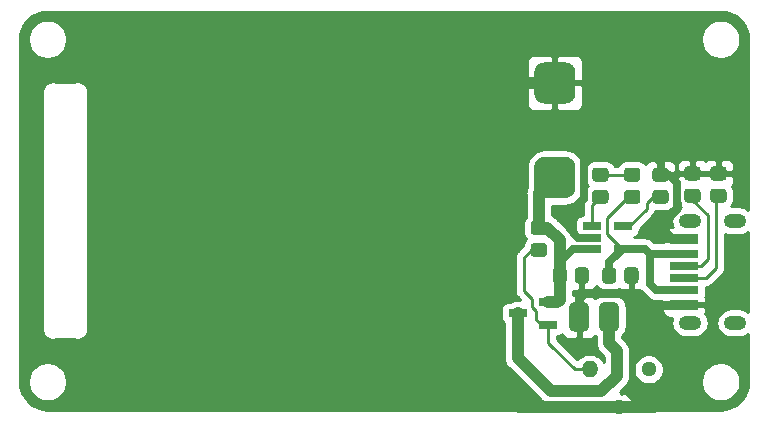
<source format=gbr>
%TF.GenerationSoftware,KiCad,Pcbnew,(5.1.6)-1*%
%TF.CreationDate,2022-07-31T05:26:30+09:00*%
%TF.ProjectId,az-core-bottom,617a2d63-6f72-4652-9d62-6f74746f6d2e,rev?*%
%TF.SameCoordinates,Original*%
%TF.FileFunction,Copper,L1,Top*%
%TF.FilePolarity,Positive*%
%FSLAX46Y46*%
G04 Gerber Fmt 4.6, Leading zero omitted, Abs format (unit mm)*
G04 Created by KiCad (PCBNEW (5.1.6)-1) date 2022-07-31 05:26:30*
%MOMM*%
%LPD*%
G01*
G04 APERTURE LIST*
%TA.AperFunction,SMDPad,CuDef*%
%ADD10R,1.600000X0.650000*%
%TD*%
%TA.AperFunction,ComponentPad*%
%ADD11O,1.400000X1.400000*%
%TD*%
%TA.AperFunction,ComponentPad*%
%ADD12O,1.300000X1.300000*%
%TD*%
%TA.AperFunction,SMDPad,CuDef*%
%ADD13R,2.400000X0.900000*%
%TD*%
%TA.AperFunction,SMDPad,CuDef*%
%ADD14R,2.400000X0.800000*%
%TD*%
%TA.AperFunction,SMDPad,CuDef*%
%ADD15R,2.400000X0.700000*%
%TD*%
%TA.AperFunction,ComponentPad*%
%ADD16O,1.900000X1.200000*%
%TD*%
%TA.AperFunction,Conductor*%
%ADD17R,0.200000X0.200000*%
%TD*%
%TA.AperFunction,Conductor*%
%ADD18C,0.700000*%
%TD*%
%TA.AperFunction,Conductor*%
%ADD19C,1.000000*%
%TD*%
%TA.AperFunction,Conductor*%
%ADD20C,0.800000*%
%TD*%
%TA.AperFunction,Conductor*%
%ADD21C,0.250000*%
%TD*%
%TA.AperFunction,Conductor*%
%ADD22C,0.254000*%
%TD*%
G04 APERTURE END LIST*
D10*
%TO.P,U2,5*%
%TO.N,VIN*%
X150400000Y-112250000D03*
%TO.P,U2,4*%
%TO.N,VREAD*%
X150400000Y-114150000D03*
%TO.P,U2,2*%
%TO.N,5V*%
X147800000Y-113200000D03*
%TD*%
%TO.P,U1,1*%
%TO.N,Net-(R2-Pad1)*%
X154100000Y-105850000D03*
%TO.P,U1,2*%
%TO.N,GND*%
X154100000Y-106800000D03*
%TO.P,U1,3*%
%TO.N,VIN*%
X154100000Y-107750000D03*
%TO.P,U1,4*%
%TO.N,Net-(C4-Pad1)*%
X156700000Y-107750000D03*
%TO.P,U1,5*%
%TO.N,Net-(R3-Pad2)*%
X156700000Y-105850000D03*
%TD*%
%TO.P,J3,1*%
%TO.N,GND*%
%TA.AperFunction,SMDPad,CuDef*%
G36*
G01*
X153425000Y-114750000D02*
X152575000Y-114750000D01*
G75*
G02*
X152150000Y-114325000I0J425000D01*
G01*
X152150000Y-112675000D01*
G75*
G02*
X152575000Y-112250000I425000J0D01*
G01*
X153425000Y-112250000D01*
G75*
G02*
X153850000Y-112675000I0J-425000D01*
G01*
X153850000Y-114325000D01*
G75*
G02*
X153425000Y-114750000I-425000J0D01*
G01*
G37*
%TD.AperFunction*%
%TO.P,J3,2*%
%TO.N,5V*%
%TA.AperFunction,SMDPad,CuDef*%
G36*
G01*
X155965000Y-114750000D02*
X155115000Y-114750000D01*
G75*
G02*
X154690000Y-114325000I0J425000D01*
G01*
X154690000Y-112675000D01*
G75*
G02*
X155115000Y-112250000I425000J0D01*
G01*
X155965000Y-112250000D01*
G75*
G02*
X156390000Y-112675000I0J-425000D01*
G01*
X156390000Y-114325000D01*
G75*
G02*
X155965000Y-114750000I-425000J0D01*
G01*
G37*
%TD.AperFunction*%
%TD*%
%TO.P,R1,1*%
%TO.N,VIN*%
%TA.AperFunction,SMDPad,CuDef*%
G36*
G01*
X149200000Y-105362500D02*
X150000000Y-105362500D01*
G75*
G02*
X150300000Y-105662500I0J-300000D01*
G01*
X150300000Y-106262500D01*
G75*
G02*
X150000000Y-106562500I-300000J0D01*
G01*
X149200000Y-106562500D01*
G75*
G02*
X148900000Y-106262500I0J300000D01*
G01*
X148900000Y-105662500D01*
G75*
G02*
X149200000Y-105362500I300000J0D01*
G01*
G37*
%TD.AperFunction*%
%TO.P,R1,2*%
%TO.N,VREAD*%
%TA.AperFunction,SMDPad,CuDef*%
G36*
G01*
X149200000Y-107237500D02*
X150000000Y-107237500D01*
G75*
G02*
X150300000Y-107537500I0J-300000D01*
G01*
X150300000Y-108137500D01*
G75*
G02*
X150000000Y-108437500I-300000J0D01*
G01*
X149200000Y-108437500D01*
G75*
G02*
X148900000Y-108137500I0J300000D01*
G01*
X148900000Y-107537500D01*
G75*
G02*
X149200000Y-107237500I300000J0D01*
G01*
G37*
%TD.AperFunction*%
%TD*%
%TO.P,LiPo,2*%
%TO.N,GND*%
%TA.AperFunction,SMDPad,CuDef*%
G36*
G01*
X151825000Y-95450000D02*
X150075000Y-95450000D01*
G75*
G02*
X149200000Y-94575000I0J875000D01*
G01*
X149200000Y-92825000D01*
G75*
G02*
X150075000Y-91950000I875000J0D01*
G01*
X151825000Y-91950000D01*
G75*
G02*
X152700000Y-92825000I0J-875000D01*
G01*
X152700000Y-94575000D01*
G75*
G02*
X151825000Y-95450000I-875000J0D01*
G01*
G37*
%TD.AperFunction*%
%TO.P,LiPo,1*%
%TO.N,VIN*%
%TA.AperFunction,SMDPad,CuDef*%
G36*
G01*
X151825000Y-103450000D02*
X150075000Y-103450000D01*
G75*
G02*
X149200000Y-102575000I0J875000D01*
G01*
X149200000Y-100825000D01*
G75*
G02*
X150075000Y-99950000I875000J0D01*
G01*
X151825000Y-99950000D01*
G75*
G02*
X152700000Y-100825000I0J-875000D01*
G01*
X152700000Y-102575000D01*
G75*
G02*
X151825000Y-103450000I-875000J0D01*
G01*
G37*
%TD.AperFunction*%
%TD*%
D11*
%TO.P,J4,1*%
%TO.N,VREAD*%
X153900000Y-117950000D03*
D12*
%TO.P,J4,3*%
%TO.N,N/C*%
X158900000Y-117950000D03*
%TO.P,J4,2*%
%TO.N,GND*%
X156400000Y-121150000D03*
%TD*%
%TO.P,R5,1*%
%TO.N,GND*%
%TA.AperFunction,SMDPad,CuDef*%
G36*
G01*
X164400000Y-100762500D02*
X165200000Y-100762500D01*
G75*
G02*
X165500000Y-101062500I0J-300000D01*
G01*
X165500000Y-101662500D01*
G75*
G02*
X165200000Y-101962500I-300000J0D01*
G01*
X164400000Y-101962500D01*
G75*
G02*
X164100000Y-101662500I0J300000D01*
G01*
X164100000Y-101062500D01*
G75*
G02*
X164400000Y-100762500I300000J0D01*
G01*
G37*
%TD.AperFunction*%
%TO.P,R5,2*%
%TO.N,IN1*%
%TA.AperFunction,SMDPad,CuDef*%
G36*
G01*
X164400000Y-102637500D02*
X165200000Y-102637500D01*
G75*
G02*
X165500000Y-102937500I0J-300000D01*
G01*
X165500000Y-103537500D01*
G75*
G02*
X165200000Y-103837500I-300000J0D01*
G01*
X164400000Y-103837500D01*
G75*
G02*
X164100000Y-103537500I0J300000D01*
G01*
X164100000Y-102937500D01*
G75*
G02*
X164400000Y-102637500I300000J0D01*
G01*
G37*
%TD.AperFunction*%
%TD*%
%TO.P,R4,2*%
%TO.N,IN2*%
%TA.AperFunction,SMDPad,CuDef*%
G36*
G01*
X162200000Y-102637500D02*
X163000000Y-102637500D01*
G75*
G02*
X163300000Y-102937500I0J-300000D01*
G01*
X163300000Y-103537500D01*
G75*
G02*
X163000000Y-103837500I-300000J0D01*
G01*
X162200000Y-103837500D01*
G75*
G02*
X161900000Y-103537500I0J300000D01*
G01*
X161900000Y-102937500D01*
G75*
G02*
X162200000Y-102637500I300000J0D01*
G01*
G37*
%TD.AperFunction*%
%TO.P,R4,1*%
%TO.N,GND*%
%TA.AperFunction,SMDPad,CuDef*%
G36*
G01*
X162200000Y-100762500D02*
X163000000Y-100762500D01*
G75*
G02*
X163300000Y-101062500I0J-300000D01*
G01*
X163300000Y-101662500D01*
G75*
G02*
X163000000Y-101962500I-300000J0D01*
G01*
X162200000Y-101962500D01*
G75*
G02*
X161900000Y-101662500I0J300000D01*
G01*
X161900000Y-101062500D01*
G75*
G02*
X162200000Y-100762500I300000J0D01*
G01*
G37*
%TD.AperFunction*%
%TD*%
D13*
%TO.P,REF\u002A\u002A,A12*%
%TO.N,GND*%
X161892000Y-106950000D03*
%TO.P,REF\u002A\u002A,B12*%
X161892000Y-112494000D03*
D14*
%TO.P,REF\u002A\u002A,A9*%
%TO.N,Net-(C4-Pad1)*%
X161892000Y-108180000D03*
%TO.P,REF\u002A\u002A,B9*%
X161892000Y-111224000D03*
D15*
%TO.P,REF\u002A\u002A,A5*%
%TO.N,IN1*%
X161892000Y-110208000D03*
%TO.P,REF\u002A\u002A,B5*%
%TO.N,IN2*%
X161892000Y-109200000D03*
D16*
%TO.P,REF\u002A\u002A,*%
%TO.N,*%
X166200000Y-105380000D03*
D17*
%TD*%
%TO.N,N/C*%
%TO.C,REF\u002A\u002A*%
X166200000Y-114395000D03*
D16*
%TO.P,REF\u002A\u002A,*%
%TO.N,*%
X166200000Y-114020000D03*
X162400000Y-105380000D03*
X162400000Y-114020000D03*
%TD*%
%TO.P,R3\u002A,2*%
%TO.N,Net-(R3-Pad2)*%
%TA.AperFunction,SMDPad,CuDef*%
G36*
G01*
X159500000Y-102737500D02*
X160300000Y-102737500D01*
G75*
G02*
X160600000Y-103037500I0J-300000D01*
G01*
X160600000Y-103637500D01*
G75*
G02*
X160300000Y-103937500I-300000J0D01*
G01*
X159500000Y-103937500D01*
G75*
G02*
X159200000Y-103637500I0J300000D01*
G01*
X159200000Y-103037500D01*
G75*
G02*
X159500000Y-102737500I300000J0D01*
G01*
G37*
%TD.AperFunction*%
%TO.P,R3\u002A,1*%
%TO.N,GND*%
%TA.AperFunction,SMDPad,CuDef*%
G36*
G01*
X159500000Y-100862500D02*
X160300000Y-100862500D01*
G75*
G02*
X160600000Y-101162500I0J-300000D01*
G01*
X160600000Y-101762500D01*
G75*
G02*
X160300000Y-102062500I-300000J0D01*
G01*
X159500000Y-102062500D01*
G75*
G02*
X159200000Y-101762500I0J300000D01*
G01*
X159200000Y-101162500D01*
G75*
G02*
X159500000Y-100862500I300000J0D01*
G01*
G37*
%TD.AperFunction*%
%TD*%
%TO.P,R2,1*%
%TO.N,Net-(R2-Pad1)*%
%TA.AperFunction,SMDPad,CuDef*%
G36*
G01*
X155200000Y-103937500D02*
X154400000Y-103937500D01*
G75*
G02*
X154100000Y-103637500I0J300000D01*
G01*
X154100000Y-103037500D01*
G75*
G02*
X154400000Y-102737500I300000J0D01*
G01*
X155200000Y-102737500D01*
G75*
G02*
X155500000Y-103037500I0J-300000D01*
G01*
X155500000Y-103637500D01*
G75*
G02*
X155200000Y-103937500I-300000J0D01*
G01*
G37*
%TD.AperFunction*%
%TO.P,R2,2*%
%TO.N,Net-(D1-Pad1)*%
%TA.AperFunction,SMDPad,CuDef*%
G36*
G01*
X155200000Y-102062500D02*
X154400000Y-102062500D01*
G75*
G02*
X154100000Y-101762500I0J300000D01*
G01*
X154100000Y-101162500D01*
G75*
G02*
X154400000Y-100862500I300000J0D01*
G01*
X155200000Y-100862500D01*
G75*
G02*
X155500000Y-101162500I0J-300000D01*
G01*
X155500000Y-101762500D01*
G75*
G02*
X155200000Y-102062500I-300000J0D01*
G01*
G37*
%TD.AperFunction*%
%TD*%
%TO.P,D1,1*%
%TO.N,Net-(D1-Pad1)*%
%TA.AperFunction,SMDPad,CuDef*%
G36*
G01*
X157100000Y-100862500D02*
X157900000Y-100862500D01*
G75*
G02*
X158200000Y-101162500I0J-300000D01*
G01*
X158200000Y-101762500D01*
G75*
G02*
X157900000Y-102062500I-300000J0D01*
G01*
X157100000Y-102062500D01*
G75*
G02*
X156800000Y-101762500I0J300000D01*
G01*
X156800000Y-101162500D01*
G75*
G02*
X157100000Y-100862500I300000J0D01*
G01*
G37*
%TD.AperFunction*%
%TO.P,D1,2*%
%TO.N,Net-(C4-Pad1)*%
%TA.AperFunction,SMDPad,CuDef*%
G36*
G01*
X157100000Y-102737500D02*
X157900000Y-102737500D01*
G75*
G02*
X158200000Y-103037500I0J-300000D01*
G01*
X158200000Y-103637500D01*
G75*
G02*
X157900000Y-103937500I-300000J0D01*
G01*
X157100000Y-103937500D01*
G75*
G02*
X156800000Y-103637500I0J300000D01*
G01*
X156800000Y-103037500D01*
G75*
G02*
X157100000Y-102737500I300000J0D01*
G01*
G37*
%TD.AperFunction*%
%TD*%
%TO.P,C1,2*%
%TO.N,GND*%
%TA.AperFunction,SMDPad,CuDef*%
G36*
G01*
X156837500Y-110400000D02*
X156837500Y-109600000D01*
G75*
G02*
X157137500Y-109300000I300000J0D01*
G01*
X157737500Y-109300000D01*
G75*
G02*
X158037500Y-109600000I0J-300000D01*
G01*
X158037500Y-110400000D01*
G75*
G02*
X157737500Y-110700000I-300000J0D01*
G01*
X157137500Y-110700000D01*
G75*
G02*
X156837500Y-110400000I0J300000D01*
G01*
G37*
%TD.AperFunction*%
%TO.P,C1,1*%
%TO.N,Net-(C4-Pad1)*%
%TA.AperFunction,SMDPad,CuDef*%
G36*
G01*
X154962500Y-110400000D02*
X154962500Y-109600000D01*
G75*
G02*
X155262500Y-109300000I300000J0D01*
G01*
X155862500Y-109300000D01*
G75*
G02*
X156162500Y-109600000I0J-300000D01*
G01*
X156162500Y-110400000D01*
G75*
G02*
X155862500Y-110700000I-300000J0D01*
G01*
X155262500Y-110700000D01*
G75*
G02*
X154962500Y-110400000I0J300000D01*
G01*
G37*
%TD.AperFunction*%
%TD*%
%TO.P,C2,1*%
%TO.N,VIN*%
%TA.AperFunction,SMDPad,CuDef*%
G36*
G01*
X150762500Y-110400000D02*
X150762500Y-109600000D01*
G75*
G02*
X151062500Y-109300000I300000J0D01*
G01*
X151662500Y-109300000D01*
G75*
G02*
X151962500Y-109600000I0J-300000D01*
G01*
X151962500Y-110400000D01*
G75*
G02*
X151662500Y-110700000I-300000J0D01*
G01*
X151062500Y-110700000D01*
G75*
G02*
X150762500Y-110400000I0J300000D01*
G01*
G37*
%TD.AperFunction*%
%TO.P,C2,2*%
%TO.N,GND*%
%TA.AperFunction,SMDPad,CuDef*%
G36*
G01*
X152637500Y-110400000D02*
X152637500Y-109600000D01*
G75*
G02*
X152937500Y-109300000I300000J0D01*
G01*
X153537500Y-109300000D01*
G75*
G02*
X153837500Y-109600000I0J-300000D01*
G01*
X153837500Y-110400000D01*
G75*
G02*
X153537500Y-110700000I-300000J0D01*
G01*
X152937500Y-110700000D01*
G75*
G02*
X152637500Y-110400000I0J300000D01*
G01*
G37*
%TD.AperFunction*%
%TD*%
D18*
%TO.N,GND*%
X152200000Y-104700000D02*
X152200000Y-104700000D01*
X160600000Y-101462500D02*
X159900000Y-101462500D01*
X161300000Y-102162500D02*
X160600000Y-101462500D01*
X161300000Y-103903641D02*
X161300000Y-102162500D01*
X159900000Y-100500000D02*
X159900000Y-101462500D01*
X158800000Y-99400000D02*
X159900000Y-100500000D01*
X154200000Y-99400000D02*
X158800000Y-99400000D01*
X153400000Y-100200000D02*
X154200000Y-99400000D01*
X152900000Y-106800000D02*
X152200000Y-106100000D01*
X154100000Y-106800000D02*
X152900000Y-106800000D01*
X153400000Y-103500000D02*
X153400000Y-100200000D01*
X152200000Y-106100000D02*
X152200000Y-104700000D01*
X152200000Y-104700000D02*
X153400000Y-103500000D01*
D19*
X156400000Y-121150000D02*
X159350000Y-121150000D01*
X159350000Y-121150000D02*
X161400000Y-119100000D01*
X161400000Y-119100000D02*
X161400000Y-117300000D01*
X159094000Y-114994000D02*
X159094000Y-112494000D01*
X161400000Y-117300000D02*
X159094000Y-114994000D01*
X156400000Y-121150000D02*
X147950000Y-121150000D01*
X147950000Y-121150000D02*
X144700000Y-117900000D01*
X144700000Y-117900000D02*
X144700000Y-97200000D01*
X148200000Y-93700000D02*
X150950000Y-93700000D01*
X144700000Y-97200000D02*
X148200000Y-93700000D01*
D20*
X153000000Y-111900000D02*
X153000000Y-113500000D01*
X153400000Y-111500000D02*
X153000000Y-111900000D01*
X159094000Y-112494000D02*
X158100000Y-111500000D01*
X158100000Y-111500000D02*
X153400000Y-111500000D01*
X161892000Y-106950000D02*
X160950000Y-106950000D01*
X160950000Y-106950000D02*
X160300000Y-106300000D01*
X160300000Y-106300000D02*
X160300000Y-105300000D01*
X161300000Y-104300000D02*
X161300000Y-103903641D01*
X160300000Y-105300000D02*
X161300000Y-104300000D01*
X161892000Y-112494000D02*
X159094000Y-112494000D01*
D18*
%TO.N,Net-(C4-Pad1)*%
X156700000Y-107750000D02*
X158550000Y-107750000D01*
X158550000Y-107750000D02*
X158980000Y-108180000D01*
X158980000Y-110680000D02*
X158980000Y-108180000D01*
X159524000Y-111224000D02*
X158980000Y-110680000D01*
X155562500Y-108887500D02*
X156700000Y-107750000D01*
X155562500Y-110000000D02*
X155562500Y-108887500D01*
X158550000Y-107750000D02*
X158550000Y-107750000D01*
D21*
X157500000Y-103337500D02*
X157162500Y-103337500D01*
X157162500Y-103337500D02*
X155400000Y-105100000D01*
X155400000Y-105100000D02*
X155400000Y-106500000D01*
X156650000Y-107750000D02*
X156700000Y-107750000D01*
X155400000Y-106500000D02*
X156650000Y-107750000D01*
D18*
X158980000Y-108180000D02*
X161892000Y-108180000D01*
X159524000Y-111224000D02*
X161892000Y-111224000D01*
D21*
%TO.N,Net-(D1-Pad1)*%
X154800000Y-101462500D02*
X157500000Y-101462500D01*
%TO.N,Net-(R2-Pad1)*%
X154100000Y-104037500D02*
X154800000Y-103337500D01*
X154100000Y-105850000D02*
X154100000Y-104037500D01*
%TO.N,Net-(R3-Pad2)*%
X158750000Y-104350000D02*
X157250000Y-105850000D01*
X157250000Y-105850000D02*
X156700000Y-105850000D01*
X158750000Y-103850000D02*
X158750000Y-104350000D01*
X159900000Y-103337500D02*
X159262500Y-103337500D01*
X159262500Y-103337500D02*
X158750000Y-103850000D01*
D19*
%TO.N,VIN*%
X149600000Y-103050000D02*
X150950000Y-101700000D01*
X149600000Y-105962500D02*
X149600000Y-103050000D01*
X150300000Y-105962500D02*
X149600000Y-105962500D01*
X151362500Y-107025000D02*
X150300000Y-105962500D01*
X151362500Y-110000000D02*
X151362500Y-107025000D01*
X150400000Y-112250000D02*
X151150000Y-112250000D01*
X151362500Y-112037500D02*
X151362500Y-110000000D01*
X151150000Y-112250000D02*
X151362500Y-112037500D01*
D18*
X152500000Y-107750000D02*
X151362500Y-108887500D01*
X151362500Y-108887500D02*
X151362500Y-110000000D01*
X154100000Y-107750000D02*
X152500000Y-107750000D01*
D19*
%TO.N,5V*%
X147800000Y-113200000D02*
X147800000Y-117000000D01*
X147800000Y-117000000D02*
X150600000Y-119800000D01*
X150600000Y-119800000D02*
X154900000Y-119800000D01*
X155540000Y-115740000D02*
X155540000Y-113500000D01*
X154900000Y-119800000D02*
X156200000Y-118500000D01*
X156200000Y-116400000D02*
X155540000Y-115740000D01*
X156200000Y-118500000D02*
X156200000Y-116400000D01*
D21*
%TO.N,IN1*%
X164600000Y-103437500D02*
X164800000Y-103237500D01*
X164600000Y-109400000D02*
X164600000Y-103437500D01*
X163792000Y-110208000D02*
X164600000Y-109400000D01*
X161892000Y-110208000D02*
X163792000Y-110208000D01*
%TO.N,IN2*%
X162600000Y-103237500D02*
X162600000Y-103600000D01*
X162600000Y-103600000D02*
X163900000Y-104900000D01*
X163900000Y-104900000D02*
X163900000Y-108600000D01*
X163300000Y-109200000D02*
X161892000Y-109200000D01*
X163900000Y-108600000D02*
X163300000Y-109200000D01*
%TO.N,VREAD*%
X153900000Y-117950000D02*
X152650000Y-117950000D01*
X150400000Y-115700000D02*
X150400000Y-114150000D01*
X152650000Y-117950000D02*
X150550000Y-115850000D01*
X150550000Y-115850000D02*
X150400000Y-115700000D01*
X149600000Y-107837500D02*
X148962500Y-107837500D01*
X148962500Y-107837500D02*
X148300000Y-108500000D01*
X148300000Y-111300000D02*
X149019999Y-112019999D01*
X149019999Y-112019999D02*
X149019999Y-112680001D01*
X148300000Y-108500000D02*
X148300000Y-111300000D01*
X149319999Y-112980001D02*
X149319999Y-113719999D01*
X149019999Y-112680001D02*
X149319999Y-112980001D01*
X149750000Y-114150000D02*
X150400000Y-114150000D01*
X149319999Y-113719999D02*
X149750000Y-114150000D01*
%TD*%
D22*
%TO.N,GND*%
G36*
X165455456Y-87699785D02*
G01*
X165893561Y-87832056D01*
X166297633Y-88046905D01*
X166652279Y-88336147D01*
X166943989Y-88688764D01*
X167161652Y-89091325D01*
X167296981Y-89528499D01*
X167348000Y-90013917D01*
X167348000Y-104447603D01*
X167234983Y-104354851D01*
X167021824Y-104240916D01*
X166790534Y-104170755D01*
X166610268Y-104153000D01*
X165892210Y-104153000D01*
X165973294Y-104054199D01*
X166059238Y-103893408D01*
X166112163Y-103718940D01*
X166130033Y-103537500D01*
X166130033Y-102937500D01*
X166112163Y-102756060D01*
X166059238Y-102581592D01*
X165973294Y-102420801D01*
X165959320Y-102403773D01*
X166030537Y-102316994D01*
X166089502Y-102206680D01*
X166125812Y-102086982D01*
X166138072Y-101962500D01*
X166135000Y-101648250D01*
X165976250Y-101489500D01*
X164927000Y-101489500D01*
X164927000Y-101509500D01*
X164673000Y-101509500D01*
X164673000Y-101489500D01*
X162727000Y-101489500D01*
X162727000Y-101509500D01*
X162473000Y-101509500D01*
X162473000Y-101489500D01*
X161423750Y-101489500D01*
X161265000Y-101648250D01*
X161261928Y-101962500D01*
X161274188Y-102086982D01*
X161310498Y-102206680D01*
X161369463Y-102316994D01*
X161440680Y-102403773D01*
X161426706Y-102420801D01*
X161340762Y-102581592D01*
X161287837Y-102756060D01*
X161269967Y-102937500D01*
X161269967Y-103537500D01*
X161287837Y-103718940D01*
X161340762Y-103893408D01*
X161426706Y-104054199D01*
X161542367Y-104195133D01*
X161592762Y-104236491D01*
X161578176Y-104240916D01*
X161365017Y-104354851D01*
X161178183Y-104508183D01*
X161024851Y-104695017D01*
X160910916Y-104908176D01*
X160840755Y-105139466D01*
X160817064Y-105380000D01*
X160840755Y-105620534D01*
X160910916Y-105851824D01*
X160916720Y-105862683D01*
X160692000Y-105861928D01*
X160567518Y-105874188D01*
X160447820Y-105910498D01*
X160337506Y-105969463D01*
X160240815Y-106048815D01*
X160161463Y-106145506D01*
X160102498Y-106255820D01*
X160066188Y-106375518D01*
X160053928Y-106500000D01*
X160057000Y-106664250D01*
X160215750Y-106823000D01*
X161765000Y-106823000D01*
X161765000Y-106803000D01*
X162019000Y-106803000D01*
X162019000Y-106823000D01*
X162039000Y-106823000D01*
X162039000Y-107077000D01*
X162019000Y-107077000D01*
X162019000Y-107097000D01*
X161765000Y-107097000D01*
X161765000Y-107077000D01*
X160215750Y-107077000D01*
X160089750Y-107203000D01*
X159384686Y-107203000D01*
X159274784Y-107093098D01*
X159244186Y-107055814D01*
X159095418Y-106933724D01*
X158925691Y-106843003D01*
X158741525Y-106787137D01*
X158597993Y-106773000D01*
X158550000Y-106768273D01*
X158502007Y-106773000D01*
X157688605Y-106773000D01*
X157741103Y-106757075D01*
X157850028Y-106698853D01*
X157945501Y-106620501D01*
X158023853Y-106525028D01*
X158082075Y-106416103D01*
X158117927Y-106297913D01*
X158130033Y-106175000D01*
X158130033Y-106033455D01*
X159255626Y-104907863D01*
X159284317Y-104884317D01*
X159328854Y-104830048D01*
X159378290Y-104769811D01*
X159426192Y-104680191D01*
X159448118Y-104639170D01*
X159470724Y-104564650D01*
X159500000Y-104567533D01*
X160300000Y-104567533D01*
X160481440Y-104549663D01*
X160655908Y-104496738D01*
X160816699Y-104410794D01*
X160957633Y-104295133D01*
X161073294Y-104154199D01*
X161159238Y-103993408D01*
X161212163Y-103818940D01*
X161230033Y-103637500D01*
X161230033Y-103037500D01*
X161212163Y-102856060D01*
X161159238Y-102681592D01*
X161073294Y-102520801D01*
X161059320Y-102503773D01*
X161130537Y-102416994D01*
X161189502Y-102306680D01*
X161225812Y-102186982D01*
X161238072Y-102062500D01*
X161235000Y-101748250D01*
X161076250Y-101589500D01*
X160027000Y-101589500D01*
X160027000Y-101609500D01*
X159773000Y-101609500D01*
X159773000Y-101589500D01*
X159753000Y-101589500D01*
X159753000Y-101335500D01*
X159773000Y-101335500D01*
X159773000Y-100386250D01*
X160027000Y-100386250D01*
X160027000Y-101335500D01*
X161076250Y-101335500D01*
X161235000Y-101176750D01*
X161238072Y-100862500D01*
X161228224Y-100762500D01*
X161261928Y-100762500D01*
X161265000Y-101076750D01*
X161423750Y-101235500D01*
X162473000Y-101235500D01*
X162473000Y-100286250D01*
X162727000Y-100286250D01*
X162727000Y-101235500D01*
X164673000Y-101235500D01*
X164673000Y-100286250D01*
X164927000Y-100286250D01*
X164927000Y-101235500D01*
X165976250Y-101235500D01*
X166135000Y-101076750D01*
X166138072Y-100762500D01*
X166125812Y-100638018D01*
X166089502Y-100518320D01*
X166030537Y-100408006D01*
X165951185Y-100311315D01*
X165854494Y-100231963D01*
X165744180Y-100172998D01*
X165624482Y-100136688D01*
X165500000Y-100124428D01*
X165085750Y-100127500D01*
X164927000Y-100286250D01*
X164673000Y-100286250D01*
X164514250Y-100127500D01*
X164100000Y-100124428D01*
X163975518Y-100136688D01*
X163855820Y-100172998D01*
X163745506Y-100231963D01*
X163700000Y-100269309D01*
X163654494Y-100231963D01*
X163544180Y-100172998D01*
X163424482Y-100136688D01*
X163300000Y-100124428D01*
X162885750Y-100127500D01*
X162727000Y-100286250D01*
X162473000Y-100286250D01*
X162314250Y-100127500D01*
X161900000Y-100124428D01*
X161775518Y-100136688D01*
X161655820Y-100172998D01*
X161545506Y-100231963D01*
X161448815Y-100311315D01*
X161369463Y-100408006D01*
X161310498Y-100518320D01*
X161274188Y-100638018D01*
X161261928Y-100762500D01*
X161228224Y-100762500D01*
X161225812Y-100738018D01*
X161189502Y-100618320D01*
X161130537Y-100508006D01*
X161051185Y-100411315D01*
X160954494Y-100331963D01*
X160844180Y-100272998D01*
X160724482Y-100236688D01*
X160600000Y-100224428D01*
X160185750Y-100227500D01*
X160027000Y-100386250D01*
X159773000Y-100386250D01*
X159614250Y-100227500D01*
X159200000Y-100224428D01*
X159075518Y-100236688D01*
X158955820Y-100272998D01*
X158845506Y-100331963D01*
X158748815Y-100411315D01*
X158669463Y-100508006D01*
X158626371Y-100588625D01*
X158557633Y-100504867D01*
X158416699Y-100389206D01*
X158255908Y-100303262D01*
X158081440Y-100250337D01*
X157900000Y-100232467D01*
X157100000Y-100232467D01*
X156918560Y-100250337D01*
X156744092Y-100303262D01*
X156583301Y-100389206D01*
X156442367Y-100504867D01*
X156326706Y-100645801D01*
X156292124Y-100710500D01*
X156007876Y-100710500D01*
X155973294Y-100645801D01*
X155857633Y-100504867D01*
X155716699Y-100389206D01*
X155555908Y-100303262D01*
X155381440Y-100250337D01*
X155200000Y-100232467D01*
X154400000Y-100232467D01*
X154218560Y-100250337D01*
X154044092Y-100303262D01*
X153883301Y-100389206D01*
X153742367Y-100504867D01*
X153626706Y-100645801D01*
X153540762Y-100806592D01*
X153487837Y-100981060D01*
X153469967Y-101162500D01*
X153469967Y-101762500D01*
X153487837Y-101943940D01*
X153540762Y-102118408D01*
X153626706Y-102279199D01*
X153725844Y-102400000D01*
X153626706Y-102520801D01*
X153540762Y-102681592D01*
X153487837Y-102856060D01*
X153469967Y-103037500D01*
X153469967Y-103620951D01*
X153401882Y-103748331D01*
X153373126Y-103843126D01*
X153358882Y-103890082D01*
X153357620Y-103902893D01*
X153344362Y-104037500D01*
X153348001Y-104074445D01*
X153348001Y-104894967D01*
X153300000Y-104894967D01*
X153177087Y-104907073D01*
X153058897Y-104942925D01*
X152949972Y-105001147D01*
X152854499Y-105079499D01*
X152776147Y-105174972D01*
X152717925Y-105283897D01*
X152682073Y-105402087D01*
X152669967Y-105525000D01*
X152669967Y-106175000D01*
X152682073Y-106297913D01*
X152686109Y-106311219D01*
X152674188Y-106350518D01*
X152661928Y-106475000D01*
X152665000Y-106514250D01*
X152823748Y-106672998D01*
X152665000Y-106672998D01*
X152665000Y-106773000D01*
X152547993Y-106773000D01*
X152500000Y-106768273D01*
X152463427Y-106771875D01*
X152408750Y-106591629D01*
X152304100Y-106395843D01*
X152287420Y-106375518D01*
X152198558Y-106267239D01*
X152198555Y-106267236D01*
X152163265Y-106224235D01*
X152120264Y-106188945D01*
X151136059Y-105204741D01*
X151100765Y-105161735D01*
X150929157Y-105020900D01*
X150733371Y-104916250D01*
X150727000Y-104914317D01*
X150727000Y-104080033D01*
X151825000Y-104080033D01*
X152118617Y-104051114D01*
X152400951Y-103965469D01*
X152661152Y-103826389D01*
X152889219Y-103639219D01*
X153076389Y-103411152D01*
X153215469Y-103150951D01*
X153301114Y-102868617D01*
X153330033Y-102575000D01*
X153330033Y-100825000D01*
X153301114Y-100531383D01*
X153215469Y-100249049D01*
X153076389Y-99988848D01*
X152889219Y-99760781D01*
X152661152Y-99573611D01*
X152400951Y-99434531D01*
X152118617Y-99348886D01*
X151825000Y-99319967D01*
X150075000Y-99319967D01*
X149781383Y-99348886D01*
X149499049Y-99434531D01*
X149238848Y-99573611D01*
X149010781Y-99760781D01*
X148823611Y-99988848D01*
X148684531Y-100249049D01*
X148598886Y-100531383D01*
X148569967Y-100825000D01*
X148569967Y-102575000D01*
X148570906Y-102584533D01*
X148553750Y-102616630D01*
X148529558Y-102696381D01*
X148489308Y-102829069D01*
X148482008Y-102903183D01*
X148467548Y-103050000D01*
X148473001Y-103105364D01*
X148473000Y-105089391D01*
X148426706Y-105145801D01*
X148340762Y-105306592D01*
X148287837Y-105481060D01*
X148269967Y-105662500D01*
X148269967Y-106262500D01*
X148287837Y-106443940D01*
X148340762Y-106618408D01*
X148426706Y-106779199D01*
X148525844Y-106900000D01*
X148426706Y-107020801D01*
X148340762Y-107181592D01*
X148287837Y-107356060D01*
X148277719Y-107458792D01*
X147794379Y-107942133D01*
X147765683Y-107965683D01*
X147716337Y-108025812D01*
X147671710Y-108080190D01*
X147646866Y-108126671D01*
X147601882Y-108210831D01*
X147558881Y-108352583D01*
X147553768Y-108404499D01*
X147544362Y-108500000D01*
X147548000Y-108536936D01*
X147548001Y-111263055D01*
X147544362Y-111300000D01*
X147558882Y-111447417D01*
X147601882Y-111589169D01*
X147671710Y-111719810D01*
X147742137Y-111805625D01*
X147765684Y-111834317D01*
X147794375Y-111857863D01*
X148027947Y-112091436D01*
X148020930Y-112089307D01*
X147800000Y-112067547D01*
X147579069Y-112089307D01*
X147366629Y-112153750D01*
X147195974Y-112244967D01*
X147000000Y-112244967D01*
X146877087Y-112257073D01*
X146758897Y-112292925D01*
X146649972Y-112351147D01*
X146554499Y-112429499D01*
X146476147Y-112524972D01*
X146417925Y-112633897D01*
X146382073Y-112752087D01*
X146369967Y-112875000D01*
X146369967Y-113525000D01*
X146382073Y-113647913D01*
X146417925Y-113766103D01*
X146476147Y-113875028D01*
X146554499Y-113970501D01*
X146649972Y-114048853D01*
X146673000Y-114061162D01*
X146673001Y-116944636D01*
X146667548Y-117000000D01*
X146673001Y-117055364D01*
X146673001Y-117055365D01*
X146687050Y-117198000D01*
X146689308Y-117220930D01*
X146753750Y-117433370D01*
X146858400Y-117629156D01*
X146963942Y-117757760D01*
X146963946Y-117757764D01*
X146999236Y-117800765D01*
X147042237Y-117836055D01*
X149763945Y-120557764D01*
X149799235Y-120600765D01*
X149842236Y-120636055D01*
X149842239Y-120636058D01*
X149945760Y-120721015D01*
X149970843Y-120741600D01*
X150166629Y-120846250D01*
X150379069Y-120910693D01*
X150544635Y-120927000D01*
X150544645Y-120927000D01*
X150600000Y-120932452D01*
X150655354Y-120927000D01*
X154844646Y-120927000D01*
X154900000Y-120932452D01*
X154955354Y-120927000D01*
X154955365Y-120927000D01*
X155120931Y-120910693D01*
X155196191Y-120887863D01*
X155280036Y-121023000D01*
X156273000Y-121023000D01*
X156273000Y-121003000D01*
X156527000Y-121003000D01*
X156527000Y-121023000D01*
X157519964Y-121023000D01*
X157643104Y-120824529D01*
X157555722Y-120588265D01*
X157423926Y-120373588D01*
X157252781Y-120188748D01*
X157048864Y-120040849D01*
X156820012Y-119935574D01*
X156725471Y-119906901D01*
X156527002Y-120030932D01*
X156527002Y-119865000D01*
X156428818Y-119865000D01*
X156957764Y-119336055D01*
X157000765Y-119300765D01*
X157036055Y-119257764D01*
X157036058Y-119257761D01*
X157141600Y-119129157D01*
X157246250Y-118933371D01*
X157310693Y-118720931D01*
X157312199Y-118705638D01*
X157327000Y-118555365D01*
X157327000Y-118555357D01*
X157332452Y-118500000D01*
X157327000Y-118444643D01*
X157327000Y-117824226D01*
X157623000Y-117824226D01*
X157623000Y-118075774D01*
X157672074Y-118322487D01*
X157768337Y-118554886D01*
X157908089Y-118764040D01*
X158085960Y-118941911D01*
X158295114Y-119081663D01*
X158527513Y-119177926D01*
X158774226Y-119227000D01*
X159025774Y-119227000D01*
X159272487Y-119177926D01*
X159504886Y-119081663D01*
X159714040Y-118941911D01*
X159819836Y-118836115D01*
X163336051Y-118836115D01*
X163336051Y-119163885D01*
X163399996Y-119485356D01*
X163525428Y-119788175D01*
X163707527Y-120060706D01*
X163939294Y-120292473D01*
X164211825Y-120474572D01*
X164514644Y-120600004D01*
X164836115Y-120663949D01*
X165163885Y-120663949D01*
X165485356Y-120600004D01*
X165788175Y-120474572D01*
X166060706Y-120292473D01*
X166292473Y-120060706D01*
X166474572Y-119788175D01*
X166600004Y-119485356D01*
X166663949Y-119163885D01*
X166663949Y-118836115D01*
X166600004Y-118514644D01*
X166474572Y-118211825D01*
X166292473Y-117939294D01*
X166060706Y-117707527D01*
X165788175Y-117525428D01*
X165485356Y-117399996D01*
X165163885Y-117336051D01*
X164836115Y-117336051D01*
X164514644Y-117399996D01*
X164211825Y-117525428D01*
X163939294Y-117707527D01*
X163707527Y-117939294D01*
X163525428Y-118211825D01*
X163399996Y-118514644D01*
X163336051Y-118836115D01*
X159819836Y-118836115D01*
X159891911Y-118764040D01*
X160031663Y-118554886D01*
X160127926Y-118322487D01*
X160177000Y-118075774D01*
X160177000Y-117824226D01*
X160127926Y-117577513D01*
X160031663Y-117345114D01*
X159891911Y-117135960D01*
X159714040Y-116958089D01*
X159504886Y-116818337D01*
X159272487Y-116722074D01*
X159025774Y-116673000D01*
X158774226Y-116673000D01*
X158527513Y-116722074D01*
X158295114Y-116818337D01*
X158085960Y-116958089D01*
X157908089Y-117135960D01*
X157768337Y-117345114D01*
X157672074Y-117577513D01*
X157623000Y-117824226D01*
X157327000Y-117824226D01*
X157327000Y-116455354D01*
X157332452Y-116400000D01*
X157327000Y-116344645D01*
X157327000Y-116344635D01*
X157310693Y-116179069D01*
X157246250Y-115966629D01*
X157141600Y-115770843D01*
X157000765Y-115599235D01*
X156957758Y-115563940D01*
X156667000Y-115273182D01*
X156667000Y-115107148D01*
X156711021Y-115071021D01*
X156842228Y-114911145D01*
X156939723Y-114728744D01*
X156999761Y-114530827D01*
X157020033Y-114325000D01*
X157020033Y-112944000D01*
X160053928Y-112944000D01*
X160066188Y-113068482D01*
X160102498Y-113188180D01*
X160161463Y-113298494D01*
X160240815Y-113395185D01*
X160337506Y-113474537D01*
X160447820Y-113533502D01*
X160567518Y-113569812D01*
X160692000Y-113582072D01*
X160900847Y-113581370D01*
X160840755Y-113779466D01*
X160817064Y-114020000D01*
X160840755Y-114260534D01*
X160910916Y-114491824D01*
X161024851Y-114704983D01*
X161178183Y-114891817D01*
X161365017Y-115045149D01*
X161578176Y-115159084D01*
X161809466Y-115229245D01*
X161989732Y-115247000D01*
X162810268Y-115247000D01*
X162990534Y-115229245D01*
X163221824Y-115159084D01*
X163434983Y-115045149D01*
X163621817Y-114891817D01*
X163775149Y-114704983D01*
X163889084Y-114491824D01*
X163959245Y-114260534D01*
X163982936Y-114020000D01*
X163959245Y-113779466D01*
X163889084Y-113548176D01*
X163775149Y-113335017D01*
X163670908Y-113208000D01*
X163681502Y-113188180D01*
X163717812Y-113068482D01*
X163730072Y-112944000D01*
X163727000Y-112779750D01*
X163568250Y-112621000D01*
X162019000Y-112621000D01*
X162019000Y-112641000D01*
X161765000Y-112641000D01*
X161765000Y-112621000D01*
X160215750Y-112621000D01*
X160057000Y-112779750D01*
X160053928Y-112944000D01*
X157020033Y-112944000D01*
X157020033Y-112675000D01*
X156999761Y-112469173D01*
X156939723Y-112271256D01*
X156842228Y-112088855D01*
X156711021Y-111928979D01*
X156551145Y-111797772D01*
X156368744Y-111700277D01*
X156170827Y-111640239D01*
X155965000Y-111619967D01*
X155115000Y-111619967D01*
X154909173Y-111640239D01*
X154711256Y-111700277D01*
X154528855Y-111797772D01*
X154389449Y-111912179D01*
X154380537Y-111895506D01*
X154301185Y-111798815D01*
X154204494Y-111719463D01*
X154094180Y-111660498D01*
X153974482Y-111624188D01*
X153850000Y-111611928D01*
X153285750Y-111615000D01*
X153127000Y-111773750D01*
X153127000Y-113373000D01*
X153147000Y-113373000D01*
X153147000Y-113627000D01*
X153127000Y-113627000D01*
X153127000Y-115226250D01*
X153285750Y-115385000D01*
X153850000Y-115388072D01*
X153974482Y-115375812D01*
X154094180Y-115339502D01*
X154204494Y-115280537D01*
X154301185Y-115201185D01*
X154380537Y-115104494D01*
X154389449Y-115087821D01*
X154413000Y-115107148D01*
X154413000Y-115684645D01*
X154407548Y-115740000D01*
X154413000Y-115795354D01*
X154413000Y-115795364D01*
X154429307Y-115960930D01*
X154493750Y-116173370D01*
X154598400Y-116369157D01*
X154739235Y-116540765D01*
X154782242Y-116576060D01*
X155073001Y-116866819D01*
X155073001Y-117316983D01*
X154930748Y-117104087D01*
X154745913Y-116919252D01*
X154528570Y-116774028D01*
X154287072Y-116673996D01*
X154030698Y-116623000D01*
X153769302Y-116623000D01*
X153512928Y-116673996D01*
X153271430Y-116774028D01*
X153054087Y-116919252D01*
X152869252Y-117104087D01*
X152868581Y-117105092D01*
X151152000Y-115388512D01*
X151152000Y-115105033D01*
X151200000Y-115105033D01*
X151322913Y-115092927D01*
X151441103Y-115057075D01*
X151550028Y-114998853D01*
X151559546Y-114991042D01*
X151560498Y-114994180D01*
X151619463Y-115104494D01*
X151698815Y-115201185D01*
X151795506Y-115280537D01*
X151905820Y-115339502D01*
X152025518Y-115375812D01*
X152150000Y-115388072D01*
X152714250Y-115385000D01*
X152873000Y-115226250D01*
X152873000Y-113627000D01*
X152853000Y-113627000D01*
X152853000Y-113373000D01*
X152873000Y-113373000D01*
X152873000Y-111773750D01*
X152714250Y-111615000D01*
X152489500Y-111613776D01*
X152489500Y-111318678D01*
X152513018Y-111325812D01*
X152637500Y-111338072D01*
X152951750Y-111335000D01*
X153110500Y-111176250D01*
X153110500Y-110127000D01*
X153090500Y-110127000D01*
X153090500Y-109873000D01*
X153110500Y-109873000D01*
X153110500Y-109853000D01*
X153364500Y-109853000D01*
X153364500Y-109873000D01*
X153384500Y-109873000D01*
X153384500Y-110127000D01*
X153364500Y-110127000D01*
X153364500Y-111176250D01*
X153523250Y-111335000D01*
X153837500Y-111338072D01*
X153961982Y-111325812D01*
X154081680Y-111289502D01*
X154191994Y-111230537D01*
X154288685Y-111151185D01*
X154368037Y-111054494D01*
X154427002Y-110944180D01*
X154454841Y-110852407D01*
X154489206Y-110916699D01*
X154604867Y-111057633D01*
X154745801Y-111173294D01*
X154906592Y-111259238D01*
X155081060Y-111312163D01*
X155262500Y-111330033D01*
X155862500Y-111330033D01*
X156043940Y-111312163D01*
X156218408Y-111259238D01*
X156379199Y-111173294D01*
X156396227Y-111159320D01*
X156483006Y-111230537D01*
X156593320Y-111289502D01*
X156713018Y-111325812D01*
X156837500Y-111338072D01*
X157151750Y-111335000D01*
X157310500Y-111176250D01*
X157310500Y-110127000D01*
X157290500Y-110127000D01*
X157290500Y-109873000D01*
X157310500Y-109873000D01*
X157310500Y-109853000D01*
X157564500Y-109853000D01*
X157564500Y-109873000D01*
X157584500Y-109873000D01*
X157584500Y-110127000D01*
X157564500Y-110127000D01*
X157564500Y-111176250D01*
X157723250Y-111335000D01*
X158037500Y-111338072D01*
X158161982Y-111325812D01*
X158229345Y-111305378D01*
X158285814Y-111374186D01*
X158323098Y-111404784D01*
X158799216Y-111880902D01*
X158829814Y-111918186D01*
X158978582Y-112040276D01*
X159148309Y-112130997D01*
X159332475Y-112186863D01*
X159476007Y-112201000D01*
X159476009Y-112201000D01*
X159523999Y-112205727D01*
X159571990Y-112201000D01*
X160056864Y-112201000D01*
X160057000Y-112208250D01*
X160215750Y-112367000D01*
X161765000Y-112367000D01*
X161765000Y-112347000D01*
X162019000Y-112347000D01*
X162019000Y-112367000D01*
X163568250Y-112367000D01*
X163727000Y-112208250D01*
X163730072Y-112044000D01*
X163717812Y-111919518D01*
X163687690Y-111820219D01*
X163709927Y-111746913D01*
X163722033Y-111624000D01*
X163722033Y-110960000D01*
X163755065Y-110960000D01*
X163792000Y-110963638D01*
X163828935Y-110960000D01*
X163828938Y-110960000D01*
X163939418Y-110949119D01*
X164081170Y-110906118D01*
X164211810Y-110836290D01*
X164326317Y-110742317D01*
X164349867Y-110713621D01*
X165105622Y-109957866D01*
X165134317Y-109934317D01*
X165228290Y-109819810D01*
X165298118Y-109689170D01*
X165341119Y-109547418D01*
X165352000Y-109436938D01*
X165352000Y-109436936D01*
X165355638Y-109400000D01*
X165352000Y-109363065D01*
X165352000Y-106505093D01*
X165378176Y-106519084D01*
X165609466Y-106589245D01*
X165789732Y-106607000D01*
X166610268Y-106607000D01*
X166790534Y-106589245D01*
X167021824Y-106519084D01*
X167234983Y-106405149D01*
X167348001Y-106312397D01*
X167348001Y-113087603D01*
X167234983Y-112994851D01*
X167021824Y-112880916D01*
X166790534Y-112810755D01*
X166610268Y-112793000D01*
X165789732Y-112793000D01*
X165609466Y-112810755D01*
X165378176Y-112880916D01*
X165165017Y-112994851D01*
X164978183Y-113148183D01*
X164824851Y-113335017D01*
X164710916Y-113548176D01*
X164640755Y-113779466D01*
X164617064Y-114020000D01*
X164640755Y-114260534D01*
X164710916Y-114491824D01*
X164824851Y-114704983D01*
X164978183Y-114891817D01*
X165165017Y-115045149D01*
X165378176Y-115159084D01*
X165609466Y-115229245D01*
X165789732Y-115247000D01*
X166610268Y-115247000D01*
X166790534Y-115229245D01*
X167021824Y-115159084D01*
X167234983Y-115045149D01*
X167348001Y-114952397D01*
X167348001Y-118968104D01*
X167300215Y-119455457D01*
X167167944Y-119893560D01*
X166953095Y-120297633D01*
X166663853Y-120652279D01*
X166311236Y-120943989D01*
X165908675Y-121161652D01*
X165471503Y-121296980D01*
X164986083Y-121348000D01*
X157564015Y-121348000D01*
X157519964Y-121277000D01*
X156527000Y-121277000D01*
X156527000Y-121297000D01*
X156273000Y-121297000D01*
X156273000Y-121277000D01*
X155280036Y-121277000D01*
X155235985Y-121348000D01*
X108031886Y-121348000D01*
X107544543Y-121300215D01*
X107106440Y-121167944D01*
X106702367Y-120953095D01*
X106347721Y-120663853D01*
X106056011Y-120311236D01*
X105838348Y-119908675D01*
X105703020Y-119471503D01*
X105652000Y-118986083D01*
X105652000Y-118836115D01*
X106336051Y-118836115D01*
X106336051Y-119163885D01*
X106399996Y-119485356D01*
X106525428Y-119788175D01*
X106707527Y-120060706D01*
X106939294Y-120292473D01*
X107211825Y-120474572D01*
X107514644Y-120600004D01*
X107836115Y-120663949D01*
X108163885Y-120663949D01*
X108485356Y-120600004D01*
X108788175Y-120474572D01*
X109060706Y-120292473D01*
X109292473Y-120060706D01*
X109474572Y-119788175D01*
X109600004Y-119485356D01*
X109663949Y-119163885D01*
X109663949Y-118836115D01*
X109600004Y-118514644D01*
X109474572Y-118211825D01*
X109292473Y-117939294D01*
X109060706Y-117707527D01*
X108788175Y-117525428D01*
X108485356Y-117399996D01*
X108163885Y-117336051D01*
X107836115Y-117336051D01*
X107514644Y-117399996D01*
X107211825Y-117525428D01*
X106939294Y-117707527D01*
X106707527Y-117939294D01*
X106525428Y-118211825D01*
X106399996Y-118514644D01*
X106336051Y-118836115D01*
X105652000Y-118836115D01*
X105652000Y-94417979D01*
X107548000Y-94417979D01*
X107548001Y-114582022D01*
X107550431Y-114606697D01*
X107552787Y-114637562D01*
X107554345Y-114646429D01*
X107557436Y-114677814D01*
X107562661Y-114695040D01*
X107568994Y-114740495D01*
X107571185Y-114749330D01*
X107583262Y-114796603D01*
X107603413Y-114852176D01*
X107622766Y-114907971D01*
X107626631Y-114916213D01*
X107647659Y-114960241D01*
X107678233Y-115010865D01*
X107708060Y-115061845D01*
X107713453Y-115069179D01*
X107742633Y-115108283D01*
X107782445Y-115151989D01*
X107821601Y-115196200D01*
X107828316Y-115202347D01*
X107828320Y-115202350D01*
X107828323Y-115202354D01*
X107828327Y-115202357D01*
X107864535Y-115235039D01*
X107912084Y-115270185D01*
X107959077Y-115305946D01*
X107966857Y-115310671D01*
X107966866Y-115310677D01*
X108008736Y-115335706D01*
X108062193Y-115360942D01*
X108115271Y-115386909D01*
X108123801Y-115390026D01*
X108123806Y-115390028D01*
X108123810Y-115390029D01*
X108123821Y-115390033D01*
X108169766Y-115406456D01*
X108227104Y-115420826D01*
X108284202Y-115435986D01*
X108293197Y-115437390D01*
X108341456Y-115444576D01*
X108400505Y-115447536D01*
X108459443Y-115451316D01*
X108468539Y-115450946D01*
X108468546Y-115450946D01*
X108517274Y-115448622D01*
X108575784Y-115440055D01*
X108634328Y-115432316D01*
X108643177Y-115430187D01*
X108643180Y-115430187D01*
X108643182Y-115430186D01*
X108690536Y-115418441D01*
X108746260Y-115398675D01*
X108802191Y-115379712D01*
X108810459Y-115375904D01*
X108810461Y-115375903D01*
X108810464Y-115375902D01*
X108810467Y-115375900D01*
X108854632Y-115355184D01*
X108859988Y-115352000D01*
X110139741Y-115352000D01*
X110154277Y-115359599D01*
X110209079Y-115381741D01*
X110263547Y-115404637D01*
X110272262Y-115407269D01*
X110319069Y-115421045D01*
X110377165Y-115432128D01*
X110435003Y-115444000D01*
X110444063Y-115444889D01*
X110492653Y-115449311D01*
X110551783Y-115448898D01*
X110610837Y-115449310D01*
X110619897Y-115448422D01*
X110619899Y-115448422D01*
X110668420Y-115443322D01*
X110726309Y-115431439D01*
X110784353Y-115420367D01*
X110793064Y-115417737D01*
X110793070Y-115417736D01*
X110793076Y-115417734D01*
X110839678Y-115403308D01*
X110894165Y-115380404D01*
X110948956Y-115358266D01*
X110956978Y-115354001D01*
X110956984Y-115353998D01*
X110956994Y-115353992D01*
X110999913Y-115330786D01*
X111048951Y-115297708D01*
X111098333Y-115265395D01*
X111105388Y-115259642D01*
X111142983Y-115228542D01*
X111184643Y-115186592D01*
X111226860Y-115145249D01*
X111232663Y-115138235D01*
X111263499Y-115100424D01*
X111296189Y-115051221D01*
X111329576Y-115002461D01*
X111333907Y-114994453D01*
X111356814Y-114951373D01*
X111379356Y-114896684D01*
X111402618Y-114842409D01*
X111405302Y-114833740D01*
X111405307Y-114833727D01*
X111405310Y-114833713D01*
X111419412Y-114787005D01*
X111430895Y-114729012D01*
X111439933Y-114686491D01*
X111442565Y-114677814D01*
X111443763Y-114665652D01*
X111444128Y-114662180D01*
X111448889Y-114613621D01*
X111448889Y-114613607D01*
X111452000Y-114582022D01*
X111452000Y-95450000D01*
X148561928Y-95450000D01*
X148574188Y-95574482D01*
X148610498Y-95694180D01*
X148669463Y-95804494D01*
X148748815Y-95901185D01*
X148845506Y-95980537D01*
X148955820Y-96039502D01*
X149075518Y-96075812D01*
X149200000Y-96088072D01*
X150664250Y-96085000D01*
X150823000Y-95926250D01*
X150823000Y-93827000D01*
X151077000Y-93827000D01*
X151077000Y-95926250D01*
X151235750Y-96085000D01*
X152700000Y-96088072D01*
X152824482Y-96075812D01*
X152944180Y-96039502D01*
X153054494Y-95980537D01*
X153151185Y-95901185D01*
X153230537Y-95804494D01*
X153289502Y-95694180D01*
X153325812Y-95574482D01*
X153338072Y-95450000D01*
X153335000Y-93985750D01*
X153176250Y-93827000D01*
X151077000Y-93827000D01*
X150823000Y-93827000D01*
X148723750Y-93827000D01*
X148565000Y-93985750D01*
X148561928Y-95450000D01*
X111452000Y-95450000D01*
X111452000Y-94417978D01*
X111449565Y-94393258D01*
X111447213Y-94362438D01*
X111445658Y-94353584D01*
X111442565Y-94322186D01*
X111437338Y-94304954D01*
X111431006Y-94259505D01*
X111428815Y-94250669D01*
X111416738Y-94203397D01*
X111396587Y-94147824D01*
X111377234Y-94092029D01*
X111373369Y-94083787D01*
X111352341Y-94039759D01*
X111321750Y-93989107D01*
X111291939Y-93938155D01*
X111286547Y-93930821D01*
X111257367Y-93891717D01*
X111217555Y-93848011D01*
X111178399Y-93803800D01*
X111171684Y-93797653D01*
X111171680Y-93797650D01*
X111171677Y-93797646D01*
X111171673Y-93797643D01*
X111135465Y-93764961D01*
X111087911Y-93729811D01*
X111040923Y-93694054D01*
X111033143Y-93689328D01*
X110991264Y-93664294D01*
X110937820Y-93639064D01*
X110884729Y-93613091D01*
X110876179Y-93609967D01*
X110830234Y-93593544D01*
X110772886Y-93579172D01*
X110715797Y-93564014D01*
X110706803Y-93562610D01*
X110658544Y-93555424D01*
X110599496Y-93552464D01*
X110540557Y-93548684D01*
X110531461Y-93549054D01*
X110531452Y-93549054D01*
X110482725Y-93551378D01*
X110424211Y-93559946D01*
X110365672Y-93567684D01*
X110356823Y-93569813D01*
X110356820Y-93569813D01*
X110356818Y-93569814D01*
X110309464Y-93581559D01*
X110253750Y-93601321D01*
X110197809Y-93620288D01*
X110189541Y-93624096D01*
X110145368Y-93644816D01*
X110140012Y-93648000D01*
X108860260Y-93648000D01*
X108845723Y-93640400D01*
X108790874Y-93618239D01*
X108736452Y-93595363D01*
X108727738Y-93592731D01*
X108680931Y-93578955D01*
X108622835Y-93567872D01*
X108564997Y-93556000D01*
X108555937Y-93555111D01*
X108507347Y-93550689D01*
X108448217Y-93551102D01*
X108389163Y-93550690D01*
X108380103Y-93551578D01*
X108380101Y-93551578D01*
X108331579Y-93556678D01*
X108273683Y-93568562D01*
X108215647Y-93579633D01*
X108206936Y-93582263D01*
X108206930Y-93582264D01*
X108206924Y-93582266D01*
X108160322Y-93596692D01*
X108105820Y-93619602D01*
X108051043Y-93641734D01*
X108043022Y-93645999D01*
X108043016Y-93646002D01*
X108043006Y-93646008D01*
X108000087Y-93669215D01*
X107951092Y-93702263D01*
X107901666Y-93734605D01*
X107894612Y-93740358D01*
X107894600Y-93740368D01*
X107894594Y-93740372D01*
X107894591Y-93740375D01*
X107857017Y-93771458D01*
X107815357Y-93813408D01*
X107773140Y-93854751D01*
X107767337Y-93861765D01*
X107736500Y-93899576D01*
X107703778Y-93948828D01*
X107670424Y-93997539D01*
X107666094Y-94005546D01*
X107666087Y-94005558D01*
X107666083Y-94005565D01*
X107666080Y-94005572D01*
X107643186Y-94048627D01*
X107620651Y-94103300D01*
X107597382Y-94157591D01*
X107594690Y-94166287D01*
X107580588Y-94212996D01*
X107569108Y-94270974D01*
X107560066Y-94313512D01*
X107557435Y-94322187D01*
X107556239Y-94334334D01*
X107555872Y-94337820D01*
X107551111Y-94386379D01*
X107551111Y-94386394D01*
X107548000Y-94417979D01*
X105652000Y-94417979D01*
X105652000Y-91950000D01*
X148561928Y-91950000D01*
X148565000Y-93414250D01*
X148723750Y-93573000D01*
X150823000Y-93573000D01*
X150823000Y-91473750D01*
X151077000Y-91473750D01*
X151077000Y-93573000D01*
X153176250Y-93573000D01*
X153335000Y-93414250D01*
X153338072Y-91950000D01*
X153325812Y-91825518D01*
X153289502Y-91705820D01*
X153230537Y-91595506D01*
X153151185Y-91498815D01*
X153054494Y-91419463D01*
X152944180Y-91360498D01*
X152824482Y-91324188D01*
X152700000Y-91311928D01*
X151235750Y-91315000D01*
X151077000Y-91473750D01*
X150823000Y-91473750D01*
X150664250Y-91315000D01*
X149200000Y-91311928D01*
X149075518Y-91324188D01*
X148955820Y-91360498D01*
X148845506Y-91419463D01*
X148748815Y-91498815D01*
X148669463Y-91595506D01*
X148610498Y-91705820D01*
X148574188Y-91825518D01*
X148561928Y-91950000D01*
X105652000Y-91950000D01*
X105652000Y-90031887D01*
X105671195Y-89836115D01*
X106336051Y-89836115D01*
X106336051Y-90163885D01*
X106399996Y-90485356D01*
X106525428Y-90788175D01*
X106707527Y-91060706D01*
X106939294Y-91292473D01*
X107211825Y-91474572D01*
X107514644Y-91600004D01*
X107836115Y-91663949D01*
X108163885Y-91663949D01*
X108485356Y-91600004D01*
X108788175Y-91474572D01*
X109060706Y-91292473D01*
X109292473Y-91060706D01*
X109474572Y-90788175D01*
X109600004Y-90485356D01*
X109663949Y-90163885D01*
X109663949Y-89836115D01*
X163336051Y-89836115D01*
X163336051Y-90163885D01*
X163399996Y-90485356D01*
X163525428Y-90788175D01*
X163707527Y-91060706D01*
X163939294Y-91292473D01*
X164211825Y-91474572D01*
X164514644Y-91600004D01*
X164836115Y-91663949D01*
X165163885Y-91663949D01*
X165485356Y-91600004D01*
X165788175Y-91474572D01*
X166060706Y-91292473D01*
X166292473Y-91060706D01*
X166474572Y-90788175D01*
X166600004Y-90485356D01*
X166663949Y-90163885D01*
X166663949Y-89836115D01*
X166600004Y-89514644D01*
X166474572Y-89211825D01*
X166292473Y-88939294D01*
X166060706Y-88707527D01*
X165788175Y-88525428D01*
X165485356Y-88399996D01*
X165163885Y-88336051D01*
X164836115Y-88336051D01*
X164514644Y-88399996D01*
X164211825Y-88525428D01*
X163939294Y-88707527D01*
X163707527Y-88939294D01*
X163525428Y-89211825D01*
X163399996Y-89514644D01*
X163336051Y-89836115D01*
X109663949Y-89836115D01*
X109600004Y-89514644D01*
X109474572Y-89211825D01*
X109292473Y-88939294D01*
X109060706Y-88707527D01*
X108788175Y-88525428D01*
X108485356Y-88399996D01*
X108163885Y-88336051D01*
X107836115Y-88336051D01*
X107514644Y-88399996D01*
X107211825Y-88525428D01*
X106939294Y-88707527D01*
X106707527Y-88939294D01*
X106525428Y-89211825D01*
X106399996Y-89514644D01*
X106336051Y-89836115D01*
X105671195Y-89836115D01*
X105699785Y-89544544D01*
X105832056Y-89106439D01*
X106046905Y-88702367D01*
X106336147Y-88347721D01*
X106688764Y-88056011D01*
X107091325Y-87838348D01*
X107528499Y-87703019D01*
X108013917Y-87652000D01*
X164968113Y-87652000D01*
X165455456Y-87699785D01*
G37*
X165455456Y-87699785D02*
X165893561Y-87832056D01*
X166297633Y-88046905D01*
X166652279Y-88336147D01*
X166943989Y-88688764D01*
X167161652Y-89091325D01*
X167296981Y-89528499D01*
X167348000Y-90013917D01*
X167348000Y-104447603D01*
X167234983Y-104354851D01*
X167021824Y-104240916D01*
X166790534Y-104170755D01*
X166610268Y-104153000D01*
X165892210Y-104153000D01*
X165973294Y-104054199D01*
X166059238Y-103893408D01*
X166112163Y-103718940D01*
X166130033Y-103537500D01*
X166130033Y-102937500D01*
X166112163Y-102756060D01*
X166059238Y-102581592D01*
X165973294Y-102420801D01*
X165959320Y-102403773D01*
X166030537Y-102316994D01*
X166089502Y-102206680D01*
X166125812Y-102086982D01*
X166138072Y-101962500D01*
X166135000Y-101648250D01*
X165976250Y-101489500D01*
X164927000Y-101489500D01*
X164927000Y-101509500D01*
X164673000Y-101509500D01*
X164673000Y-101489500D01*
X162727000Y-101489500D01*
X162727000Y-101509500D01*
X162473000Y-101509500D01*
X162473000Y-101489500D01*
X161423750Y-101489500D01*
X161265000Y-101648250D01*
X161261928Y-101962500D01*
X161274188Y-102086982D01*
X161310498Y-102206680D01*
X161369463Y-102316994D01*
X161440680Y-102403773D01*
X161426706Y-102420801D01*
X161340762Y-102581592D01*
X161287837Y-102756060D01*
X161269967Y-102937500D01*
X161269967Y-103537500D01*
X161287837Y-103718940D01*
X161340762Y-103893408D01*
X161426706Y-104054199D01*
X161542367Y-104195133D01*
X161592762Y-104236491D01*
X161578176Y-104240916D01*
X161365017Y-104354851D01*
X161178183Y-104508183D01*
X161024851Y-104695017D01*
X160910916Y-104908176D01*
X160840755Y-105139466D01*
X160817064Y-105380000D01*
X160840755Y-105620534D01*
X160910916Y-105851824D01*
X160916720Y-105862683D01*
X160692000Y-105861928D01*
X160567518Y-105874188D01*
X160447820Y-105910498D01*
X160337506Y-105969463D01*
X160240815Y-106048815D01*
X160161463Y-106145506D01*
X160102498Y-106255820D01*
X160066188Y-106375518D01*
X160053928Y-106500000D01*
X160057000Y-106664250D01*
X160215750Y-106823000D01*
X161765000Y-106823000D01*
X161765000Y-106803000D01*
X162019000Y-106803000D01*
X162019000Y-106823000D01*
X162039000Y-106823000D01*
X162039000Y-107077000D01*
X162019000Y-107077000D01*
X162019000Y-107097000D01*
X161765000Y-107097000D01*
X161765000Y-107077000D01*
X160215750Y-107077000D01*
X160089750Y-107203000D01*
X159384686Y-107203000D01*
X159274784Y-107093098D01*
X159244186Y-107055814D01*
X159095418Y-106933724D01*
X158925691Y-106843003D01*
X158741525Y-106787137D01*
X158597993Y-106773000D01*
X158550000Y-106768273D01*
X158502007Y-106773000D01*
X157688605Y-106773000D01*
X157741103Y-106757075D01*
X157850028Y-106698853D01*
X157945501Y-106620501D01*
X158023853Y-106525028D01*
X158082075Y-106416103D01*
X158117927Y-106297913D01*
X158130033Y-106175000D01*
X158130033Y-106033455D01*
X159255626Y-104907863D01*
X159284317Y-104884317D01*
X159328854Y-104830048D01*
X159378290Y-104769811D01*
X159426192Y-104680191D01*
X159448118Y-104639170D01*
X159470724Y-104564650D01*
X159500000Y-104567533D01*
X160300000Y-104567533D01*
X160481440Y-104549663D01*
X160655908Y-104496738D01*
X160816699Y-104410794D01*
X160957633Y-104295133D01*
X161073294Y-104154199D01*
X161159238Y-103993408D01*
X161212163Y-103818940D01*
X161230033Y-103637500D01*
X161230033Y-103037500D01*
X161212163Y-102856060D01*
X161159238Y-102681592D01*
X161073294Y-102520801D01*
X161059320Y-102503773D01*
X161130537Y-102416994D01*
X161189502Y-102306680D01*
X161225812Y-102186982D01*
X161238072Y-102062500D01*
X161235000Y-101748250D01*
X161076250Y-101589500D01*
X160027000Y-101589500D01*
X160027000Y-101609500D01*
X159773000Y-101609500D01*
X159773000Y-101589500D01*
X159753000Y-101589500D01*
X159753000Y-101335500D01*
X159773000Y-101335500D01*
X159773000Y-100386250D01*
X160027000Y-100386250D01*
X160027000Y-101335500D01*
X161076250Y-101335500D01*
X161235000Y-101176750D01*
X161238072Y-100862500D01*
X161228224Y-100762500D01*
X161261928Y-100762500D01*
X161265000Y-101076750D01*
X161423750Y-101235500D01*
X162473000Y-101235500D01*
X162473000Y-100286250D01*
X162727000Y-100286250D01*
X162727000Y-101235500D01*
X164673000Y-101235500D01*
X164673000Y-100286250D01*
X164927000Y-100286250D01*
X164927000Y-101235500D01*
X165976250Y-101235500D01*
X166135000Y-101076750D01*
X166138072Y-100762500D01*
X166125812Y-100638018D01*
X166089502Y-100518320D01*
X166030537Y-100408006D01*
X165951185Y-100311315D01*
X165854494Y-100231963D01*
X165744180Y-100172998D01*
X165624482Y-100136688D01*
X165500000Y-100124428D01*
X165085750Y-100127500D01*
X164927000Y-100286250D01*
X164673000Y-100286250D01*
X164514250Y-100127500D01*
X164100000Y-100124428D01*
X163975518Y-100136688D01*
X163855820Y-100172998D01*
X163745506Y-100231963D01*
X163700000Y-100269309D01*
X163654494Y-100231963D01*
X163544180Y-100172998D01*
X163424482Y-100136688D01*
X163300000Y-100124428D01*
X162885750Y-100127500D01*
X162727000Y-100286250D01*
X162473000Y-100286250D01*
X162314250Y-100127500D01*
X161900000Y-100124428D01*
X161775518Y-100136688D01*
X161655820Y-100172998D01*
X161545506Y-100231963D01*
X161448815Y-100311315D01*
X161369463Y-100408006D01*
X161310498Y-100518320D01*
X161274188Y-100638018D01*
X161261928Y-100762500D01*
X161228224Y-100762500D01*
X161225812Y-100738018D01*
X161189502Y-100618320D01*
X161130537Y-100508006D01*
X161051185Y-100411315D01*
X160954494Y-100331963D01*
X160844180Y-100272998D01*
X160724482Y-100236688D01*
X160600000Y-100224428D01*
X160185750Y-100227500D01*
X160027000Y-100386250D01*
X159773000Y-100386250D01*
X159614250Y-100227500D01*
X159200000Y-100224428D01*
X159075518Y-100236688D01*
X158955820Y-100272998D01*
X158845506Y-100331963D01*
X158748815Y-100411315D01*
X158669463Y-100508006D01*
X158626371Y-100588625D01*
X158557633Y-100504867D01*
X158416699Y-100389206D01*
X158255908Y-100303262D01*
X158081440Y-100250337D01*
X157900000Y-100232467D01*
X157100000Y-100232467D01*
X156918560Y-100250337D01*
X156744092Y-100303262D01*
X156583301Y-100389206D01*
X156442367Y-100504867D01*
X156326706Y-100645801D01*
X156292124Y-100710500D01*
X156007876Y-100710500D01*
X155973294Y-100645801D01*
X155857633Y-100504867D01*
X155716699Y-100389206D01*
X155555908Y-100303262D01*
X155381440Y-100250337D01*
X155200000Y-100232467D01*
X154400000Y-100232467D01*
X154218560Y-100250337D01*
X154044092Y-100303262D01*
X153883301Y-100389206D01*
X153742367Y-100504867D01*
X153626706Y-100645801D01*
X153540762Y-100806592D01*
X153487837Y-100981060D01*
X153469967Y-101162500D01*
X153469967Y-101762500D01*
X153487837Y-101943940D01*
X153540762Y-102118408D01*
X153626706Y-102279199D01*
X153725844Y-102400000D01*
X153626706Y-102520801D01*
X153540762Y-102681592D01*
X153487837Y-102856060D01*
X153469967Y-103037500D01*
X153469967Y-103620951D01*
X153401882Y-103748331D01*
X153373126Y-103843126D01*
X153358882Y-103890082D01*
X153357620Y-103902893D01*
X153344362Y-104037500D01*
X153348001Y-104074445D01*
X153348001Y-104894967D01*
X153300000Y-104894967D01*
X153177087Y-104907073D01*
X153058897Y-104942925D01*
X152949972Y-105001147D01*
X152854499Y-105079499D01*
X152776147Y-105174972D01*
X152717925Y-105283897D01*
X152682073Y-105402087D01*
X152669967Y-105525000D01*
X152669967Y-106175000D01*
X152682073Y-106297913D01*
X152686109Y-106311219D01*
X152674188Y-106350518D01*
X152661928Y-106475000D01*
X152665000Y-106514250D01*
X152823748Y-106672998D01*
X152665000Y-106672998D01*
X152665000Y-106773000D01*
X152547993Y-106773000D01*
X152500000Y-106768273D01*
X152463427Y-106771875D01*
X152408750Y-106591629D01*
X152304100Y-106395843D01*
X152287420Y-106375518D01*
X152198558Y-106267239D01*
X152198555Y-106267236D01*
X152163265Y-106224235D01*
X152120264Y-106188945D01*
X151136059Y-105204741D01*
X151100765Y-105161735D01*
X150929157Y-105020900D01*
X150733371Y-104916250D01*
X150727000Y-104914317D01*
X150727000Y-104080033D01*
X151825000Y-104080033D01*
X152118617Y-104051114D01*
X152400951Y-103965469D01*
X152661152Y-103826389D01*
X152889219Y-103639219D01*
X153076389Y-103411152D01*
X153215469Y-103150951D01*
X153301114Y-102868617D01*
X153330033Y-102575000D01*
X153330033Y-100825000D01*
X153301114Y-100531383D01*
X153215469Y-100249049D01*
X153076389Y-99988848D01*
X152889219Y-99760781D01*
X152661152Y-99573611D01*
X152400951Y-99434531D01*
X152118617Y-99348886D01*
X151825000Y-99319967D01*
X150075000Y-99319967D01*
X149781383Y-99348886D01*
X149499049Y-99434531D01*
X149238848Y-99573611D01*
X149010781Y-99760781D01*
X148823611Y-99988848D01*
X148684531Y-100249049D01*
X148598886Y-100531383D01*
X148569967Y-100825000D01*
X148569967Y-102575000D01*
X148570906Y-102584533D01*
X148553750Y-102616630D01*
X148529558Y-102696381D01*
X148489308Y-102829069D01*
X148482008Y-102903183D01*
X148467548Y-103050000D01*
X148473001Y-103105364D01*
X148473000Y-105089391D01*
X148426706Y-105145801D01*
X148340762Y-105306592D01*
X148287837Y-105481060D01*
X148269967Y-105662500D01*
X148269967Y-106262500D01*
X148287837Y-106443940D01*
X148340762Y-106618408D01*
X148426706Y-106779199D01*
X148525844Y-106900000D01*
X148426706Y-107020801D01*
X148340762Y-107181592D01*
X148287837Y-107356060D01*
X148277719Y-107458792D01*
X147794379Y-107942133D01*
X147765683Y-107965683D01*
X147716337Y-108025812D01*
X147671710Y-108080190D01*
X147646866Y-108126671D01*
X147601882Y-108210831D01*
X147558881Y-108352583D01*
X147553768Y-108404499D01*
X147544362Y-108500000D01*
X147548000Y-108536936D01*
X147548001Y-111263055D01*
X147544362Y-111300000D01*
X147558882Y-111447417D01*
X147601882Y-111589169D01*
X147671710Y-111719810D01*
X147742137Y-111805625D01*
X147765684Y-111834317D01*
X147794375Y-111857863D01*
X148027947Y-112091436D01*
X148020930Y-112089307D01*
X147800000Y-112067547D01*
X147579069Y-112089307D01*
X147366629Y-112153750D01*
X147195974Y-112244967D01*
X147000000Y-112244967D01*
X146877087Y-112257073D01*
X146758897Y-112292925D01*
X146649972Y-112351147D01*
X146554499Y-112429499D01*
X146476147Y-112524972D01*
X146417925Y-112633897D01*
X146382073Y-112752087D01*
X146369967Y-112875000D01*
X146369967Y-113525000D01*
X146382073Y-113647913D01*
X146417925Y-113766103D01*
X146476147Y-113875028D01*
X146554499Y-113970501D01*
X146649972Y-114048853D01*
X146673000Y-114061162D01*
X146673001Y-116944636D01*
X146667548Y-117000000D01*
X146673001Y-117055364D01*
X146673001Y-117055365D01*
X146687050Y-117198000D01*
X146689308Y-117220930D01*
X146753750Y-117433370D01*
X146858400Y-117629156D01*
X146963942Y-117757760D01*
X146963946Y-117757764D01*
X146999236Y-117800765D01*
X147042237Y-117836055D01*
X149763945Y-120557764D01*
X149799235Y-120600765D01*
X149842236Y-120636055D01*
X149842239Y-120636058D01*
X149945760Y-120721015D01*
X149970843Y-120741600D01*
X150166629Y-120846250D01*
X150379069Y-120910693D01*
X150544635Y-120927000D01*
X150544645Y-120927000D01*
X150600000Y-120932452D01*
X150655354Y-120927000D01*
X154844646Y-120927000D01*
X154900000Y-120932452D01*
X154955354Y-120927000D01*
X154955365Y-120927000D01*
X155120931Y-120910693D01*
X155196191Y-120887863D01*
X155280036Y-121023000D01*
X156273000Y-121023000D01*
X156273000Y-121003000D01*
X156527000Y-121003000D01*
X156527000Y-121023000D01*
X157519964Y-121023000D01*
X157643104Y-120824529D01*
X157555722Y-120588265D01*
X157423926Y-120373588D01*
X157252781Y-120188748D01*
X157048864Y-120040849D01*
X156820012Y-119935574D01*
X156725471Y-119906901D01*
X156527002Y-120030932D01*
X156527002Y-119865000D01*
X156428818Y-119865000D01*
X156957764Y-119336055D01*
X157000765Y-119300765D01*
X157036055Y-119257764D01*
X157036058Y-119257761D01*
X157141600Y-119129157D01*
X157246250Y-118933371D01*
X157310693Y-118720931D01*
X157312199Y-118705638D01*
X157327000Y-118555365D01*
X157327000Y-118555357D01*
X157332452Y-118500000D01*
X157327000Y-118444643D01*
X157327000Y-117824226D01*
X157623000Y-117824226D01*
X157623000Y-118075774D01*
X157672074Y-118322487D01*
X157768337Y-118554886D01*
X157908089Y-118764040D01*
X158085960Y-118941911D01*
X158295114Y-119081663D01*
X158527513Y-119177926D01*
X158774226Y-119227000D01*
X159025774Y-119227000D01*
X159272487Y-119177926D01*
X159504886Y-119081663D01*
X159714040Y-118941911D01*
X159819836Y-118836115D01*
X163336051Y-118836115D01*
X163336051Y-119163885D01*
X163399996Y-119485356D01*
X163525428Y-119788175D01*
X163707527Y-120060706D01*
X163939294Y-120292473D01*
X164211825Y-120474572D01*
X164514644Y-120600004D01*
X164836115Y-120663949D01*
X165163885Y-120663949D01*
X165485356Y-120600004D01*
X165788175Y-120474572D01*
X166060706Y-120292473D01*
X166292473Y-120060706D01*
X166474572Y-119788175D01*
X166600004Y-119485356D01*
X166663949Y-119163885D01*
X166663949Y-118836115D01*
X166600004Y-118514644D01*
X166474572Y-118211825D01*
X166292473Y-117939294D01*
X166060706Y-117707527D01*
X165788175Y-117525428D01*
X165485356Y-117399996D01*
X165163885Y-117336051D01*
X164836115Y-117336051D01*
X164514644Y-117399996D01*
X164211825Y-117525428D01*
X163939294Y-117707527D01*
X163707527Y-117939294D01*
X163525428Y-118211825D01*
X163399996Y-118514644D01*
X163336051Y-118836115D01*
X159819836Y-118836115D01*
X159891911Y-118764040D01*
X160031663Y-118554886D01*
X160127926Y-118322487D01*
X160177000Y-118075774D01*
X160177000Y-117824226D01*
X160127926Y-117577513D01*
X160031663Y-117345114D01*
X159891911Y-117135960D01*
X159714040Y-116958089D01*
X159504886Y-116818337D01*
X159272487Y-116722074D01*
X159025774Y-116673000D01*
X158774226Y-116673000D01*
X158527513Y-116722074D01*
X158295114Y-116818337D01*
X158085960Y-116958089D01*
X157908089Y-117135960D01*
X157768337Y-117345114D01*
X157672074Y-117577513D01*
X157623000Y-117824226D01*
X157327000Y-117824226D01*
X157327000Y-116455354D01*
X157332452Y-116400000D01*
X157327000Y-116344645D01*
X157327000Y-116344635D01*
X157310693Y-116179069D01*
X157246250Y-115966629D01*
X157141600Y-115770843D01*
X157000765Y-115599235D01*
X156957758Y-115563940D01*
X156667000Y-115273182D01*
X156667000Y-115107148D01*
X156711021Y-115071021D01*
X156842228Y-114911145D01*
X156939723Y-114728744D01*
X156999761Y-114530827D01*
X157020033Y-114325000D01*
X157020033Y-112944000D01*
X160053928Y-112944000D01*
X160066188Y-113068482D01*
X160102498Y-113188180D01*
X160161463Y-113298494D01*
X160240815Y-113395185D01*
X160337506Y-113474537D01*
X160447820Y-113533502D01*
X160567518Y-113569812D01*
X160692000Y-113582072D01*
X160900847Y-113581370D01*
X160840755Y-113779466D01*
X160817064Y-114020000D01*
X160840755Y-114260534D01*
X160910916Y-114491824D01*
X161024851Y-114704983D01*
X161178183Y-114891817D01*
X161365017Y-115045149D01*
X161578176Y-115159084D01*
X161809466Y-115229245D01*
X161989732Y-115247000D01*
X162810268Y-115247000D01*
X162990534Y-115229245D01*
X163221824Y-115159084D01*
X163434983Y-115045149D01*
X163621817Y-114891817D01*
X163775149Y-114704983D01*
X163889084Y-114491824D01*
X163959245Y-114260534D01*
X163982936Y-114020000D01*
X163959245Y-113779466D01*
X163889084Y-113548176D01*
X163775149Y-113335017D01*
X163670908Y-113208000D01*
X163681502Y-113188180D01*
X163717812Y-113068482D01*
X163730072Y-112944000D01*
X163727000Y-112779750D01*
X163568250Y-112621000D01*
X162019000Y-112621000D01*
X162019000Y-112641000D01*
X161765000Y-112641000D01*
X161765000Y-112621000D01*
X160215750Y-112621000D01*
X160057000Y-112779750D01*
X160053928Y-112944000D01*
X157020033Y-112944000D01*
X157020033Y-112675000D01*
X156999761Y-112469173D01*
X156939723Y-112271256D01*
X156842228Y-112088855D01*
X156711021Y-111928979D01*
X156551145Y-111797772D01*
X156368744Y-111700277D01*
X156170827Y-111640239D01*
X155965000Y-111619967D01*
X155115000Y-111619967D01*
X154909173Y-111640239D01*
X154711256Y-111700277D01*
X154528855Y-111797772D01*
X154389449Y-111912179D01*
X154380537Y-111895506D01*
X154301185Y-111798815D01*
X154204494Y-111719463D01*
X154094180Y-111660498D01*
X153974482Y-111624188D01*
X153850000Y-111611928D01*
X153285750Y-111615000D01*
X153127000Y-111773750D01*
X153127000Y-113373000D01*
X153147000Y-113373000D01*
X153147000Y-113627000D01*
X153127000Y-113627000D01*
X153127000Y-115226250D01*
X153285750Y-115385000D01*
X153850000Y-115388072D01*
X153974482Y-115375812D01*
X154094180Y-115339502D01*
X154204494Y-115280537D01*
X154301185Y-115201185D01*
X154380537Y-115104494D01*
X154389449Y-115087821D01*
X154413000Y-115107148D01*
X154413000Y-115684645D01*
X154407548Y-115740000D01*
X154413000Y-115795354D01*
X154413000Y-115795364D01*
X154429307Y-115960930D01*
X154493750Y-116173370D01*
X154598400Y-116369157D01*
X154739235Y-116540765D01*
X154782242Y-116576060D01*
X155073001Y-116866819D01*
X155073001Y-117316983D01*
X154930748Y-117104087D01*
X154745913Y-116919252D01*
X154528570Y-116774028D01*
X154287072Y-116673996D01*
X154030698Y-116623000D01*
X153769302Y-116623000D01*
X153512928Y-116673996D01*
X153271430Y-116774028D01*
X153054087Y-116919252D01*
X152869252Y-117104087D01*
X152868581Y-117105092D01*
X151152000Y-115388512D01*
X151152000Y-115105033D01*
X151200000Y-115105033D01*
X151322913Y-115092927D01*
X151441103Y-115057075D01*
X151550028Y-114998853D01*
X151559546Y-114991042D01*
X151560498Y-114994180D01*
X151619463Y-115104494D01*
X151698815Y-115201185D01*
X151795506Y-115280537D01*
X151905820Y-115339502D01*
X152025518Y-115375812D01*
X152150000Y-115388072D01*
X152714250Y-115385000D01*
X152873000Y-115226250D01*
X152873000Y-113627000D01*
X152853000Y-113627000D01*
X152853000Y-113373000D01*
X152873000Y-113373000D01*
X152873000Y-111773750D01*
X152714250Y-111615000D01*
X152489500Y-111613776D01*
X152489500Y-111318678D01*
X152513018Y-111325812D01*
X152637500Y-111338072D01*
X152951750Y-111335000D01*
X153110500Y-111176250D01*
X153110500Y-110127000D01*
X153090500Y-110127000D01*
X153090500Y-109873000D01*
X153110500Y-109873000D01*
X153110500Y-109853000D01*
X153364500Y-109853000D01*
X153364500Y-109873000D01*
X153384500Y-109873000D01*
X153384500Y-110127000D01*
X153364500Y-110127000D01*
X153364500Y-111176250D01*
X153523250Y-111335000D01*
X153837500Y-111338072D01*
X153961982Y-111325812D01*
X154081680Y-111289502D01*
X154191994Y-111230537D01*
X154288685Y-111151185D01*
X154368037Y-111054494D01*
X154427002Y-110944180D01*
X154454841Y-110852407D01*
X154489206Y-110916699D01*
X154604867Y-111057633D01*
X154745801Y-111173294D01*
X154906592Y-111259238D01*
X155081060Y-111312163D01*
X155262500Y-111330033D01*
X155862500Y-111330033D01*
X156043940Y-111312163D01*
X156218408Y-111259238D01*
X156379199Y-111173294D01*
X156396227Y-111159320D01*
X156483006Y-111230537D01*
X156593320Y-111289502D01*
X156713018Y-111325812D01*
X156837500Y-111338072D01*
X157151750Y-111335000D01*
X157310500Y-111176250D01*
X157310500Y-110127000D01*
X157290500Y-110127000D01*
X157290500Y-109873000D01*
X157310500Y-109873000D01*
X157310500Y-109853000D01*
X157564500Y-109853000D01*
X157564500Y-109873000D01*
X157584500Y-109873000D01*
X157584500Y-110127000D01*
X157564500Y-110127000D01*
X157564500Y-111176250D01*
X157723250Y-111335000D01*
X158037500Y-111338072D01*
X158161982Y-111325812D01*
X158229345Y-111305378D01*
X158285814Y-111374186D01*
X158323098Y-111404784D01*
X158799216Y-111880902D01*
X158829814Y-111918186D01*
X158978582Y-112040276D01*
X159148309Y-112130997D01*
X159332475Y-112186863D01*
X159476007Y-112201000D01*
X159476009Y-112201000D01*
X159523999Y-112205727D01*
X159571990Y-112201000D01*
X160056864Y-112201000D01*
X160057000Y-112208250D01*
X160215750Y-112367000D01*
X161765000Y-112367000D01*
X161765000Y-112347000D01*
X162019000Y-112347000D01*
X162019000Y-112367000D01*
X163568250Y-112367000D01*
X163727000Y-112208250D01*
X163730072Y-112044000D01*
X163717812Y-111919518D01*
X163687690Y-111820219D01*
X163709927Y-111746913D01*
X163722033Y-111624000D01*
X163722033Y-110960000D01*
X163755065Y-110960000D01*
X163792000Y-110963638D01*
X163828935Y-110960000D01*
X163828938Y-110960000D01*
X163939418Y-110949119D01*
X164081170Y-110906118D01*
X164211810Y-110836290D01*
X164326317Y-110742317D01*
X164349867Y-110713621D01*
X165105622Y-109957866D01*
X165134317Y-109934317D01*
X165228290Y-109819810D01*
X165298118Y-109689170D01*
X165341119Y-109547418D01*
X165352000Y-109436938D01*
X165352000Y-109436936D01*
X165355638Y-109400000D01*
X165352000Y-109363065D01*
X165352000Y-106505093D01*
X165378176Y-106519084D01*
X165609466Y-106589245D01*
X165789732Y-106607000D01*
X166610268Y-106607000D01*
X166790534Y-106589245D01*
X167021824Y-106519084D01*
X167234983Y-106405149D01*
X167348001Y-106312397D01*
X167348001Y-113087603D01*
X167234983Y-112994851D01*
X167021824Y-112880916D01*
X166790534Y-112810755D01*
X166610268Y-112793000D01*
X165789732Y-112793000D01*
X165609466Y-112810755D01*
X165378176Y-112880916D01*
X165165017Y-112994851D01*
X164978183Y-113148183D01*
X164824851Y-113335017D01*
X164710916Y-113548176D01*
X164640755Y-113779466D01*
X164617064Y-114020000D01*
X164640755Y-114260534D01*
X164710916Y-114491824D01*
X164824851Y-114704983D01*
X164978183Y-114891817D01*
X165165017Y-115045149D01*
X165378176Y-115159084D01*
X165609466Y-115229245D01*
X165789732Y-115247000D01*
X166610268Y-115247000D01*
X166790534Y-115229245D01*
X167021824Y-115159084D01*
X167234983Y-115045149D01*
X167348001Y-114952397D01*
X167348001Y-118968104D01*
X167300215Y-119455457D01*
X167167944Y-119893560D01*
X166953095Y-120297633D01*
X166663853Y-120652279D01*
X166311236Y-120943989D01*
X165908675Y-121161652D01*
X165471503Y-121296980D01*
X164986083Y-121348000D01*
X157564015Y-121348000D01*
X157519964Y-121277000D01*
X156527000Y-121277000D01*
X156527000Y-121297000D01*
X156273000Y-121297000D01*
X156273000Y-121277000D01*
X155280036Y-121277000D01*
X155235985Y-121348000D01*
X108031886Y-121348000D01*
X107544543Y-121300215D01*
X107106440Y-121167944D01*
X106702367Y-120953095D01*
X106347721Y-120663853D01*
X106056011Y-120311236D01*
X105838348Y-119908675D01*
X105703020Y-119471503D01*
X105652000Y-118986083D01*
X105652000Y-118836115D01*
X106336051Y-118836115D01*
X106336051Y-119163885D01*
X106399996Y-119485356D01*
X106525428Y-119788175D01*
X106707527Y-120060706D01*
X106939294Y-120292473D01*
X107211825Y-120474572D01*
X107514644Y-120600004D01*
X107836115Y-120663949D01*
X108163885Y-120663949D01*
X108485356Y-120600004D01*
X108788175Y-120474572D01*
X109060706Y-120292473D01*
X109292473Y-120060706D01*
X109474572Y-119788175D01*
X109600004Y-119485356D01*
X109663949Y-119163885D01*
X109663949Y-118836115D01*
X109600004Y-118514644D01*
X109474572Y-118211825D01*
X109292473Y-117939294D01*
X109060706Y-117707527D01*
X108788175Y-117525428D01*
X108485356Y-117399996D01*
X108163885Y-117336051D01*
X107836115Y-117336051D01*
X107514644Y-117399996D01*
X107211825Y-117525428D01*
X106939294Y-117707527D01*
X106707527Y-117939294D01*
X106525428Y-118211825D01*
X106399996Y-118514644D01*
X106336051Y-118836115D01*
X105652000Y-118836115D01*
X105652000Y-94417979D01*
X107548000Y-94417979D01*
X107548001Y-114582022D01*
X107550431Y-114606697D01*
X107552787Y-114637562D01*
X107554345Y-114646429D01*
X107557436Y-114677814D01*
X107562661Y-114695040D01*
X107568994Y-114740495D01*
X107571185Y-114749330D01*
X107583262Y-114796603D01*
X107603413Y-114852176D01*
X107622766Y-114907971D01*
X107626631Y-114916213D01*
X107647659Y-114960241D01*
X107678233Y-115010865D01*
X107708060Y-115061845D01*
X107713453Y-115069179D01*
X107742633Y-115108283D01*
X107782445Y-115151989D01*
X107821601Y-115196200D01*
X107828316Y-115202347D01*
X107828320Y-115202350D01*
X107828323Y-115202354D01*
X107828327Y-115202357D01*
X107864535Y-115235039D01*
X107912084Y-115270185D01*
X107959077Y-115305946D01*
X107966857Y-115310671D01*
X107966866Y-115310677D01*
X108008736Y-115335706D01*
X108062193Y-115360942D01*
X108115271Y-115386909D01*
X108123801Y-115390026D01*
X108123806Y-115390028D01*
X108123810Y-115390029D01*
X108123821Y-115390033D01*
X108169766Y-115406456D01*
X108227104Y-115420826D01*
X108284202Y-115435986D01*
X108293197Y-115437390D01*
X108341456Y-115444576D01*
X108400505Y-115447536D01*
X108459443Y-115451316D01*
X108468539Y-115450946D01*
X108468546Y-115450946D01*
X108517274Y-115448622D01*
X108575784Y-115440055D01*
X108634328Y-115432316D01*
X108643177Y-115430187D01*
X108643180Y-115430187D01*
X108643182Y-115430186D01*
X108690536Y-115418441D01*
X108746260Y-115398675D01*
X108802191Y-115379712D01*
X108810459Y-115375904D01*
X108810461Y-115375903D01*
X108810464Y-115375902D01*
X108810467Y-115375900D01*
X108854632Y-115355184D01*
X108859988Y-115352000D01*
X110139741Y-115352000D01*
X110154277Y-115359599D01*
X110209079Y-115381741D01*
X110263547Y-115404637D01*
X110272262Y-115407269D01*
X110319069Y-115421045D01*
X110377165Y-115432128D01*
X110435003Y-115444000D01*
X110444063Y-115444889D01*
X110492653Y-115449311D01*
X110551783Y-115448898D01*
X110610837Y-115449310D01*
X110619897Y-115448422D01*
X110619899Y-115448422D01*
X110668420Y-115443322D01*
X110726309Y-115431439D01*
X110784353Y-115420367D01*
X110793064Y-115417737D01*
X110793070Y-115417736D01*
X110793076Y-115417734D01*
X110839678Y-115403308D01*
X110894165Y-115380404D01*
X110948956Y-115358266D01*
X110956978Y-115354001D01*
X110956984Y-115353998D01*
X110956994Y-115353992D01*
X110999913Y-115330786D01*
X111048951Y-115297708D01*
X111098333Y-115265395D01*
X111105388Y-115259642D01*
X111142983Y-115228542D01*
X111184643Y-115186592D01*
X111226860Y-115145249D01*
X111232663Y-115138235D01*
X111263499Y-115100424D01*
X111296189Y-115051221D01*
X111329576Y-115002461D01*
X111333907Y-114994453D01*
X111356814Y-114951373D01*
X111379356Y-114896684D01*
X111402618Y-114842409D01*
X111405302Y-114833740D01*
X111405307Y-114833727D01*
X111405310Y-114833713D01*
X111419412Y-114787005D01*
X111430895Y-114729012D01*
X111439933Y-114686491D01*
X111442565Y-114677814D01*
X111443763Y-114665652D01*
X111444128Y-114662180D01*
X111448889Y-114613621D01*
X111448889Y-114613607D01*
X111452000Y-114582022D01*
X111452000Y-95450000D01*
X148561928Y-95450000D01*
X148574188Y-95574482D01*
X148610498Y-95694180D01*
X148669463Y-95804494D01*
X148748815Y-95901185D01*
X148845506Y-95980537D01*
X148955820Y-96039502D01*
X149075518Y-96075812D01*
X149200000Y-96088072D01*
X150664250Y-96085000D01*
X150823000Y-95926250D01*
X150823000Y-93827000D01*
X151077000Y-93827000D01*
X151077000Y-95926250D01*
X151235750Y-96085000D01*
X152700000Y-96088072D01*
X152824482Y-96075812D01*
X152944180Y-96039502D01*
X153054494Y-95980537D01*
X153151185Y-95901185D01*
X153230537Y-95804494D01*
X153289502Y-95694180D01*
X153325812Y-95574482D01*
X153338072Y-95450000D01*
X153335000Y-93985750D01*
X153176250Y-93827000D01*
X151077000Y-93827000D01*
X150823000Y-93827000D01*
X148723750Y-93827000D01*
X148565000Y-93985750D01*
X148561928Y-95450000D01*
X111452000Y-95450000D01*
X111452000Y-94417978D01*
X111449565Y-94393258D01*
X111447213Y-94362438D01*
X111445658Y-94353584D01*
X111442565Y-94322186D01*
X111437338Y-94304954D01*
X111431006Y-94259505D01*
X111428815Y-94250669D01*
X111416738Y-94203397D01*
X111396587Y-94147824D01*
X111377234Y-94092029D01*
X111373369Y-94083787D01*
X111352341Y-94039759D01*
X111321750Y-93989107D01*
X111291939Y-93938155D01*
X111286547Y-93930821D01*
X111257367Y-93891717D01*
X111217555Y-93848011D01*
X111178399Y-93803800D01*
X111171684Y-93797653D01*
X111171680Y-93797650D01*
X111171677Y-93797646D01*
X111171673Y-93797643D01*
X111135465Y-93764961D01*
X111087911Y-93729811D01*
X111040923Y-93694054D01*
X111033143Y-93689328D01*
X110991264Y-93664294D01*
X110937820Y-93639064D01*
X110884729Y-93613091D01*
X110876179Y-93609967D01*
X110830234Y-93593544D01*
X110772886Y-93579172D01*
X110715797Y-93564014D01*
X110706803Y-93562610D01*
X110658544Y-93555424D01*
X110599496Y-93552464D01*
X110540557Y-93548684D01*
X110531461Y-93549054D01*
X110531452Y-93549054D01*
X110482725Y-93551378D01*
X110424211Y-93559946D01*
X110365672Y-93567684D01*
X110356823Y-93569813D01*
X110356820Y-93569813D01*
X110356818Y-93569814D01*
X110309464Y-93581559D01*
X110253750Y-93601321D01*
X110197809Y-93620288D01*
X110189541Y-93624096D01*
X110145368Y-93644816D01*
X110140012Y-93648000D01*
X108860260Y-93648000D01*
X108845723Y-93640400D01*
X108790874Y-93618239D01*
X108736452Y-93595363D01*
X108727738Y-93592731D01*
X108680931Y-93578955D01*
X108622835Y-93567872D01*
X108564997Y-93556000D01*
X108555937Y-93555111D01*
X108507347Y-93550689D01*
X108448217Y-93551102D01*
X108389163Y-93550690D01*
X108380103Y-93551578D01*
X108380101Y-93551578D01*
X108331579Y-93556678D01*
X108273683Y-93568562D01*
X108215647Y-93579633D01*
X108206936Y-93582263D01*
X108206930Y-93582264D01*
X108206924Y-93582266D01*
X108160322Y-93596692D01*
X108105820Y-93619602D01*
X108051043Y-93641734D01*
X108043022Y-93645999D01*
X108043016Y-93646002D01*
X108043006Y-93646008D01*
X108000087Y-93669215D01*
X107951092Y-93702263D01*
X107901666Y-93734605D01*
X107894612Y-93740358D01*
X107894600Y-93740368D01*
X107894594Y-93740372D01*
X107894591Y-93740375D01*
X107857017Y-93771458D01*
X107815357Y-93813408D01*
X107773140Y-93854751D01*
X107767337Y-93861765D01*
X107736500Y-93899576D01*
X107703778Y-93948828D01*
X107670424Y-93997539D01*
X107666094Y-94005546D01*
X107666087Y-94005558D01*
X107666083Y-94005565D01*
X107666080Y-94005572D01*
X107643186Y-94048627D01*
X107620651Y-94103300D01*
X107597382Y-94157591D01*
X107594690Y-94166287D01*
X107580588Y-94212996D01*
X107569108Y-94270974D01*
X107560066Y-94313512D01*
X107557435Y-94322187D01*
X107556239Y-94334334D01*
X107555872Y-94337820D01*
X107551111Y-94386379D01*
X107551111Y-94386394D01*
X107548000Y-94417979D01*
X105652000Y-94417979D01*
X105652000Y-91950000D01*
X148561928Y-91950000D01*
X148565000Y-93414250D01*
X148723750Y-93573000D01*
X150823000Y-93573000D01*
X150823000Y-91473750D01*
X151077000Y-91473750D01*
X151077000Y-93573000D01*
X153176250Y-93573000D01*
X153335000Y-93414250D01*
X153338072Y-91950000D01*
X153325812Y-91825518D01*
X153289502Y-91705820D01*
X153230537Y-91595506D01*
X153151185Y-91498815D01*
X153054494Y-91419463D01*
X152944180Y-91360498D01*
X152824482Y-91324188D01*
X152700000Y-91311928D01*
X151235750Y-91315000D01*
X151077000Y-91473750D01*
X150823000Y-91473750D01*
X150664250Y-91315000D01*
X149200000Y-91311928D01*
X149075518Y-91324188D01*
X148955820Y-91360498D01*
X148845506Y-91419463D01*
X148748815Y-91498815D01*
X148669463Y-91595506D01*
X148610498Y-91705820D01*
X148574188Y-91825518D01*
X148561928Y-91950000D01*
X105652000Y-91950000D01*
X105652000Y-90031887D01*
X105671195Y-89836115D01*
X106336051Y-89836115D01*
X106336051Y-90163885D01*
X106399996Y-90485356D01*
X106525428Y-90788175D01*
X106707527Y-91060706D01*
X106939294Y-91292473D01*
X107211825Y-91474572D01*
X107514644Y-91600004D01*
X107836115Y-91663949D01*
X108163885Y-91663949D01*
X108485356Y-91600004D01*
X108788175Y-91474572D01*
X109060706Y-91292473D01*
X109292473Y-91060706D01*
X109474572Y-90788175D01*
X109600004Y-90485356D01*
X109663949Y-90163885D01*
X109663949Y-89836115D01*
X163336051Y-89836115D01*
X163336051Y-90163885D01*
X163399996Y-90485356D01*
X163525428Y-90788175D01*
X163707527Y-91060706D01*
X163939294Y-91292473D01*
X164211825Y-91474572D01*
X164514644Y-91600004D01*
X164836115Y-91663949D01*
X165163885Y-91663949D01*
X165485356Y-91600004D01*
X165788175Y-91474572D01*
X166060706Y-91292473D01*
X166292473Y-91060706D01*
X166474572Y-90788175D01*
X166600004Y-90485356D01*
X166663949Y-90163885D01*
X166663949Y-89836115D01*
X166600004Y-89514644D01*
X166474572Y-89211825D01*
X166292473Y-88939294D01*
X166060706Y-88707527D01*
X165788175Y-88525428D01*
X165485356Y-88399996D01*
X165163885Y-88336051D01*
X164836115Y-88336051D01*
X164514644Y-88399996D01*
X164211825Y-88525428D01*
X163939294Y-88707527D01*
X163707527Y-88939294D01*
X163525428Y-89211825D01*
X163399996Y-89514644D01*
X163336051Y-89836115D01*
X109663949Y-89836115D01*
X109600004Y-89514644D01*
X109474572Y-89211825D01*
X109292473Y-88939294D01*
X109060706Y-88707527D01*
X108788175Y-88525428D01*
X108485356Y-88399996D01*
X108163885Y-88336051D01*
X107836115Y-88336051D01*
X107514644Y-88399996D01*
X107211825Y-88525428D01*
X106939294Y-88707527D01*
X106707527Y-88939294D01*
X106525428Y-89211825D01*
X106399996Y-89514644D01*
X106336051Y-89836115D01*
X105671195Y-89836115D01*
X105699785Y-89544544D01*
X105832056Y-89106439D01*
X106046905Y-88702367D01*
X106336147Y-88347721D01*
X106688764Y-88056011D01*
X107091325Y-87838348D01*
X107528499Y-87703019D01*
X108013917Y-87652000D01*
X164968113Y-87652000D01*
X165455456Y-87699785D01*
%TD*%
M02*

</source>
